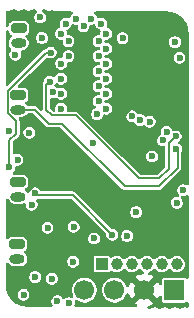
<source format=gbr>
%TF.GenerationSoftware,KiCad,Pcbnew,9.0.5*%
%TF.CreationDate,2025-12-10T00:03:41-08:00*%
%TF.ProjectId,camcontrol stm32,63616d63-6f6e-4747-926f-6c2073746d33,rev?*%
%TF.SameCoordinates,Original*%
%TF.FileFunction,Copper,L3,Inr*%
%TF.FilePolarity,Positive*%
%FSLAX46Y46*%
G04 Gerber Fmt 4.6, Leading zero omitted, Abs format (unit mm)*
G04 Created by KiCad (PCBNEW 9.0.5) date 2025-12-10 00:03:41*
%MOMM*%
%LPD*%
G01*
G04 APERTURE LIST*
G04 Aperture macros list*
%AMRoundRect*
0 Rectangle with rounded corners*
0 $1 Rounding radius*
0 $2 $3 $4 $5 $6 $7 $8 $9 X,Y pos of 4 corners*
0 Add a 4 corners polygon primitive as box body*
4,1,4,$2,$3,$4,$5,$6,$7,$8,$9,$2,$3,0*
0 Add four circle primitives for the rounded corners*
1,1,$1+$1,$2,$3*
1,1,$1+$1,$4,$5*
1,1,$1+$1,$6,$7*
1,1,$1+$1,$8,$9*
0 Add four rect primitives between the rounded corners*
20,1,$1+$1,$2,$3,$4,$5,0*
20,1,$1+$1,$4,$5,$6,$7,0*
20,1,$1+$1,$6,$7,$8,$9,0*
20,1,$1+$1,$8,$9,$2,$3,0*%
G04 Aperture macros list end*
%TA.AperFunction,ComponentPad*%
%ADD10R,1.000000X1.000000*%
%TD*%
%TA.AperFunction,ComponentPad*%
%ADD11C,1.000000*%
%TD*%
%TA.AperFunction,ComponentPad*%
%ADD12RoundRect,0.200000X-0.450000X0.200000X-0.450000X-0.200000X0.450000X-0.200000X0.450000X0.200000X0*%
%TD*%
%TA.AperFunction,ComponentPad*%
%ADD13O,1.300000X0.800000*%
%TD*%
%TA.AperFunction,ComponentPad*%
%ADD14R,1.700000X1.700000*%
%TD*%
%TA.AperFunction,ComponentPad*%
%ADD15C,1.700000*%
%TD*%
%TA.AperFunction,ViaPad*%
%ADD16C,0.600000*%
%TD*%
%TA.AperFunction,Conductor*%
%ADD17C,0.200000*%
%TD*%
G04 APERTURE END LIST*
D10*
%TO.N,/CAM1 RX*%
%TO.C,J5*%
X8331200Y-21590000D03*
D11*
%TO.N,/CAM1 TX*%
X9601200Y-21590000D03*
%TO.N,GND*%
X10871200Y-21590000D03*
%TO.N,/CAM2 RX*%
X12141200Y-21590000D03*
%TO.N,/CAM2 TX*%
X13411200Y-21590000D03*
%TO.N,GND*%
X14681200Y-21590000D03*
%TD*%
D12*
%TO.N,GND*%
%TO.C,J3*%
X1270000Y-7284400D03*
D13*
%TO.N,/PWR B*%
X1270000Y-8534400D03*
%TD*%
D12*
%TO.N,GND*%
%TO.C,J1*%
X1297200Y-1635600D03*
D13*
%TO.N,+12V*%
X1297200Y-2885600D03*
%TD*%
D12*
%TO.N,GND*%
%TO.C,J7*%
X1170200Y-19923600D03*
D13*
%TO.N,/PWR A*%
X1170200Y-21173600D03*
%TD*%
D12*
%TO.N,GND*%
%TO.C,J4*%
X1244600Y-14630400D03*
D13*
%TO.N,+12VA*%
X1244600Y-15880400D03*
%TD*%
D14*
%TO.N,GND*%
%TO.C,J2*%
X14478000Y-23799800D03*
D15*
%TO.N,+3V3*%
X11938000Y-23799800D03*
%TO.N,/CAM1 TX*%
X9398000Y-23799800D03*
%TO.N,/CAM1 RX*%
X6858000Y-23799800D03*
%TD*%
D16*
%TO.N,GND*%
X4222636Y-7059804D03*
X7416800Y-812800D03*
X8686800Y-2082800D03*
X3733800Y-18511800D03*
X4876800Y-7162800D03*
X4876800Y-5892800D03*
X8686800Y-5892800D03*
X8051800Y-7797800D03*
X1193800Y-12750800D03*
X11226800Y-17200800D03*
X8051800Y-2717800D03*
X8686800Y-7162800D03*
X8686800Y-4622800D03*
X7670800Y-19423600D03*
X8686800Y-3352800D03*
X10462558Y-19209696D03*
X2187316Y-10472555D03*
X5511800Y-2717800D03*
X14909800Y-4114800D03*
X5511800Y-3987800D03*
X4557497Y-24738707D03*
X5896032Y-21390750D03*
X15213600Y-15341600D03*
X8266800Y-1242800D03*
X10083800Y-2463800D03*
X14524200Y-2794000D03*
X8051800Y-6527800D03*
X4876800Y-8432800D03*
X4876800Y-4622800D03*
X3268922Y-2445668D03*
X4876800Y-2082800D03*
X6781800Y-1447800D03*
X8051800Y-5257800D03*
X8686800Y-8432800D03*
X5266800Y-1242800D03*
X6146800Y-812800D03*
X8051800Y-3987800D03*
X7569200Y-11379200D03*
X13811055Y-10392965D03*
%TO.N,+3V3*%
X13045583Y-13619569D03*
X5266977Y-17925924D03*
X2844800Y-14020800D03*
X14656200Y-894000D03*
X12783306Y-11183770D03*
X11304521Y-17946430D03*
X3733800Y-24900000D03*
X7670800Y-18463600D03*
X3928351Y-10375111D03*
%TO.N,/VFBSMPS*%
X9218871Y-19111200D03*
X2691257Y-15608189D03*
%TO.N,Net-(D2-K)*%
X508000Y-10363200D03*
%TO.N,Net-(JP1-C)*%
X10911132Y-9083797D03*
%TO.N,/PWR B*%
X14630400Y-11836400D03*
%TO.N,/BOOTSEL*%
X7924800Y-8890000D03*
%TO.N,/PWR A*%
X2685600Y-22689000D03*
X5537200Y-24892000D03*
%TO.N,/LED INDICATION*%
X2387600Y-16560800D03*
%TO.N,/PWR A SENS*%
X4100326Y-22835235D03*
X14681200Y-16408400D03*
%TO.N,/PWRB EN*%
X11582400Y-9398000D03*
X1005600Y-3860800D03*
%TO.N,/CAM1 TX*%
X13514828Y-11113571D03*
%TO.N,/CAM1 RX*%
X12577454Y-12483770D03*
%TO.N,Net-(D1-K)*%
X1701800Y-24180800D03*
%TO.N,/PWR B SENS*%
X3911776Y-6146248D03*
X14579600Y-10769600D03*
%TO.N,/BATT SENSE B*%
X12377789Y-9533787D03*
X3098800Y-709200D03*
%TO.N,/RF CTRL*%
X4004249Y-3685509D03*
X5943600Y-18440400D03*
X508000Y-13411200D03*
%TD*%
D17*
%TO.N,/VFBSMPS*%
X5855671Y-15748000D02*
X2831068Y-15748000D01*
X9218871Y-19111200D02*
X5855671Y-15748000D01*
X2831068Y-15748000D02*
X2691257Y-15608189D01*
%TO.N,/PWR B*%
X10256761Y-14986000D02*
X13208000Y-14986000D01*
X14748815Y-13445185D02*
X14748815Y-11954815D01*
X2630484Y-8524400D02*
X3831195Y-9725111D01*
X1170200Y-8524400D02*
X2630484Y-8524400D01*
X14748815Y-11954815D02*
X14630400Y-11836400D01*
X3831195Y-9725111D02*
X4995872Y-9725111D01*
X4995872Y-9725111D02*
X10256761Y-14986000D01*
X13208000Y-14986000D02*
X14748815Y-13445185D01*
%TO.N,/PWR B SENS*%
X14579600Y-10769600D02*
X14020800Y-11328400D01*
X3878396Y-6146248D02*
X3911776Y-6146248D01*
X14020800Y-13512800D02*
X13208000Y-14325600D01*
X13208000Y-14325600D02*
X11434839Y-14325600D01*
X14020800Y-11328400D02*
X14020800Y-13512800D01*
X6120189Y-9010950D02*
X4102700Y-9010950D01*
X4102700Y-9010950D02*
X3626150Y-8534400D01*
X3626150Y-8534400D02*
X3626150Y-6398494D01*
X11434839Y-14325600D02*
X6120189Y-9010950D01*
X3626150Y-6398494D02*
X3878396Y-6146248D01*
%TO.N,/RF CTRL*%
X508000Y-11114148D02*
X1066800Y-10555348D01*
X1066800Y-10555348D02*
X1066800Y-9515995D01*
X508000Y-13411200D02*
X508000Y-11114148D01*
X359000Y-6930332D02*
X3603823Y-3685509D01*
X359000Y-8808195D02*
X359000Y-6930332D01*
X3603823Y-3685509D02*
X4004249Y-3685509D01*
X1066800Y-9515995D02*
X359000Y-8808195D01*
%TD*%
%TA.AperFunction,Conductor*%
%TO.N,+3V3*%
G36*
X13053270Y-24561517D02*
G01*
X13053270Y-24561516D01*
X13092622Y-24507354D01*
X13191306Y-24313679D01*
X13192321Y-24314196D01*
X13232779Y-24263992D01*
X13299073Y-24241927D01*
X13366772Y-24259206D01*
X13414383Y-24310342D01*
X13427500Y-24365848D01*
X13427500Y-24669552D01*
X13439131Y-24728029D01*
X13439132Y-24728030D01*
X13483447Y-24794352D01*
X13549769Y-24838667D01*
X13549770Y-24838668D01*
X13608247Y-24850299D01*
X13608250Y-24850300D01*
X13608252Y-24850300D01*
X15347750Y-24850300D01*
X15347751Y-24850299D01*
X15362568Y-24847352D01*
X15406229Y-24838668D01*
X15406231Y-24838667D01*
X15481608Y-24788301D01*
X15548285Y-24767422D01*
X15615666Y-24785906D01*
X15662356Y-24837884D01*
X15674500Y-24891402D01*
X15674500Y-25158721D01*
X15654815Y-25225760D01*
X15602011Y-25271515D01*
X15532853Y-25281459D01*
X15518410Y-25278496D01*
X15431092Y-25255100D01*
X15299308Y-25255100D01*
X15172012Y-25289208D01*
X15057886Y-25355100D01*
X15057883Y-25355102D01*
X15027881Y-25385105D01*
X14966558Y-25418590D01*
X14896866Y-25413606D01*
X14852519Y-25385105D01*
X14822516Y-25355102D01*
X14822514Y-25355100D01*
X14738413Y-25306544D01*
X14708387Y-25289208D01*
X14641645Y-25271325D01*
X14581092Y-25255100D01*
X14449308Y-25255100D01*
X14322012Y-25289208D01*
X14207886Y-25355100D01*
X14207883Y-25355102D01*
X14177881Y-25385105D01*
X14116558Y-25418590D01*
X14046866Y-25413606D01*
X14002519Y-25385105D01*
X13972516Y-25355102D01*
X13972514Y-25355100D01*
X13888413Y-25306544D01*
X13858387Y-25289208D01*
X13791645Y-25271325D01*
X13731092Y-25255100D01*
X13599308Y-25255100D01*
X13472012Y-25289208D01*
X13357886Y-25355100D01*
X13357883Y-25355102D01*
X13327881Y-25385105D01*
X13266558Y-25418590D01*
X13196866Y-25413606D01*
X13152519Y-25385105D01*
X13122516Y-25355102D01*
X13122514Y-25355100D01*
X13038413Y-25306544D01*
X13008387Y-25289208D01*
X12941645Y-25271325D01*
X12881092Y-25255100D01*
X12749308Y-25255100D01*
X12622012Y-25289208D01*
X12507886Y-25355100D01*
X12507883Y-25355102D01*
X12477881Y-25385105D01*
X12476663Y-25385769D01*
X12475972Y-25386974D01*
X12446075Y-25402472D01*
X12416558Y-25418590D01*
X12415174Y-25418491D01*
X12413942Y-25419130D01*
X12380441Y-25416007D01*
X12346866Y-25413606D01*
X12345305Y-25412731D01*
X12344374Y-25412645D01*
X12339930Y-25409721D01*
X12313768Y-25395067D01*
X12307843Y-25390429D01*
X12272514Y-25355100D01*
X12235150Y-25333528D01*
X12228276Y-25328147D01*
X12212819Y-25306544D01*
X12194492Y-25287323D01*
X12192805Y-25278572D01*
X12187620Y-25271325D01*
X12186296Y-25244796D01*
X12181270Y-25218716D01*
X12184582Y-25210442D01*
X12184138Y-25201542D01*
X12197365Y-25178510D01*
X12207238Y-25153851D01*
X12214497Y-25148681D01*
X12218936Y-25140954D01*
X12242516Y-25128730D01*
X12264153Y-25113323D01*
X12266391Y-25112573D01*
X12456215Y-25050896D01*
X12645554Y-24954422D01*
X12699716Y-24915070D01*
X12699717Y-24915070D01*
X12067408Y-24282762D01*
X12130993Y-24265725D01*
X12245007Y-24199899D01*
X12338099Y-24106807D01*
X12403925Y-23992793D01*
X12420962Y-23929209D01*
X13053270Y-24561517D01*
G37*
%TD.AperFunction*%
%TA.AperFunction,Conductor*%
G36*
X3418079Y16028D02*
G01*
X3451934Y13606D01*
X3452970Y12940D01*
X3453885Y12859D01*
X3457709Y9895D01*
X3496281Y-14895D01*
X3526286Y-44900D01*
X3640414Y-110792D01*
X3767708Y-144900D01*
X3767710Y-144900D01*
X3899490Y-144900D01*
X3899492Y-144900D01*
X4026786Y-110792D01*
X4051688Y-96414D01*
X4119587Y-79941D01*
X4185614Y-102792D01*
X4201370Y-116120D01*
X4255226Y-169976D01*
X4328918Y-200500D01*
X4408682Y-200500D01*
X5751924Y-200500D01*
X5818963Y-220185D01*
X5864718Y-272989D01*
X5874662Y-342147D01*
X5845637Y-405703D01*
X5839605Y-412181D01*
X5746302Y-505483D01*
X5746300Y-505486D01*
X5680408Y-619614D01*
X5674059Y-643310D01*
X5656318Y-709519D01*
X5619952Y-769179D01*
X5557105Y-799708D01*
X5487730Y-791413D01*
X5474543Y-784812D01*
X5459988Y-776409D01*
X5459987Y-776408D01*
X5459986Y-776408D01*
X5332692Y-742300D01*
X5200908Y-742300D01*
X5073612Y-776408D01*
X4959486Y-842300D01*
X4959483Y-842302D01*
X4866302Y-935483D01*
X4866300Y-935486D01*
X4800408Y-1049612D01*
X4768421Y-1168993D01*
X4766300Y-1176908D01*
X4766300Y-1308692D01*
X4791859Y-1404082D01*
X4800409Y-1435988D01*
X4801899Y-1439586D01*
X4802251Y-1442864D01*
X4802512Y-1443837D01*
X4802360Y-1443877D01*
X4809366Y-1509055D01*
X4778090Y-1571534D01*
X4719432Y-1606810D01*
X4683614Y-1616407D01*
X4569486Y-1682300D01*
X4569483Y-1682302D01*
X4476302Y-1775483D01*
X4476300Y-1775486D01*
X4410408Y-1889612D01*
X4391306Y-1960904D01*
X4376300Y-2016908D01*
X4376300Y-2148692D01*
X4380308Y-2163650D01*
X4410408Y-2275987D01*
X4426019Y-2303025D01*
X4476300Y-2390114D01*
X4569486Y-2483300D01*
X4683614Y-2549192D01*
X4810908Y-2583300D01*
X4810910Y-2583300D01*
X4887300Y-2583300D01*
X4954339Y-2602985D01*
X5000094Y-2655789D01*
X5011300Y-2707300D01*
X5011300Y-2783692D01*
X5021568Y-2822013D01*
X5045408Y-2910987D01*
X5065720Y-2946167D01*
X5111300Y-3025114D01*
X5204486Y-3118300D01*
X5318614Y-3184192D01*
X5445908Y-3218300D01*
X5445910Y-3218300D01*
X5577690Y-3218300D01*
X5577692Y-3218300D01*
X5704986Y-3184192D01*
X5819114Y-3118300D01*
X5912300Y-3025114D01*
X5978192Y-2910986D01*
X6012300Y-2783692D01*
X6012300Y-2651908D01*
X5978192Y-2524614D01*
X5912300Y-2410486D01*
X5819114Y-2317300D01*
X5747556Y-2275986D01*
X5704987Y-2251408D01*
X5641339Y-2234354D01*
X5577692Y-2217300D01*
X5501300Y-2217300D01*
X5434261Y-2197615D01*
X5388506Y-2144811D01*
X5377300Y-2093300D01*
X5377300Y-2016910D01*
X5377300Y-2016908D01*
X5343192Y-1889614D01*
X5343187Y-1889606D01*
X5341702Y-1886019D01*
X5341349Y-1882737D01*
X5341088Y-1881763D01*
X5341239Y-1881722D01*
X5334232Y-1816549D01*
X5365505Y-1754069D01*
X5424167Y-1718789D01*
X5459986Y-1709192D01*
X5574114Y-1643300D01*
X5667300Y-1550114D01*
X5733192Y-1435986D01*
X5757282Y-1346078D01*
X5793646Y-1286421D01*
X5856492Y-1255891D01*
X5925868Y-1264185D01*
X5939058Y-1270788D01*
X5953611Y-1279191D01*
X5953613Y-1279191D01*
X5953614Y-1279192D01*
X6080908Y-1313300D01*
X6080910Y-1313300D01*
X6157300Y-1313300D01*
X6224339Y-1332985D01*
X6270094Y-1385789D01*
X6281300Y-1437300D01*
X6281300Y-1513692D01*
X6296799Y-1571534D01*
X6315408Y-1640987D01*
X6339261Y-1682300D01*
X6381300Y-1755114D01*
X6474486Y-1848300D01*
X6588614Y-1914192D01*
X6715908Y-1948300D01*
X6715910Y-1948300D01*
X6847690Y-1948300D01*
X6847692Y-1948300D01*
X6974986Y-1914192D01*
X7089114Y-1848300D01*
X7182300Y-1755114D01*
X7248192Y-1640986D01*
X7282300Y-1513692D01*
X7282300Y-1437300D01*
X7301985Y-1370261D01*
X7354789Y-1324506D01*
X7406300Y-1313300D01*
X7482690Y-1313300D01*
X7482692Y-1313300D01*
X7609986Y-1279192D01*
X7609996Y-1279186D01*
X7612934Y-1277970D01*
X7615625Y-1277680D01*
X7617837Y-1277088D01*
X7617929Y-1277432D01*
X7682403Y-1270500D01*
X7744883Y-1301773D01*
X7780164Y-1360434D01*
X7800408Y-1435986D01*
X7866300Y-1550114D01*
X7959486Y-1643300D01*
X8073614Y-1709192D01*
X8136434Y-1726024D01*
X8196093Y-1762387D01*
X8226623Y-1825234D01*
X8220278Y-1881164D01*
X8222512Y-1881763D01*
X8220408Y-1889612D01*
X8220408Y-1889614D01*
X8204684Y-1948299D01*
X8186300Y-2016908D01*
X8186300Y-2093300D01*
X8166615Y-2160339D01*
X8113811Y-2206094D01*
X8062300Y-2217300D01*
X7985908Y-2217300D01*
X7858612Y-2251408D01*
X7744486Y-2317300D01*
X7744483Y-2317302D01*
X7651302Y-2410483D01*
X7651300Y-2410486D01*
X7585408Y-2524612D01*
X7554421Y-2640261D01*
X7551300Y-2651908D01*
X7551300Y-2783692D01*
X7561568Y-2822013D01*
X7585408Y-2910987D01*
X7605720Y-2946167D01*
X7651300Y-3025114D01*
X7744486Y-3118300D01*
X7858614Y-3184192D01*
X7985908Y-3218300D01*
X7985910Y-3218300D01*
X8062300Y-3218300D01*
X8070985Y-3220850D01*
X8079947Y-3219562D01*
X8103987Y-3230540D01*
X8129339Y-3237985D01*
X8135266Y-3244825D01*
X8143503Y-3248587D01*
X8157792Y-3270821D01*
X8175094Y-3290789D01*
X8177381Y-3301303D01*
X8181277Y-3307365D01*
X8186300Y-3342300D01*
X8186300Y-3363300D01*
X8166615Y-3430339D01*
X8113811Y-3476094D01*
X8062300Y-3487300D01*
X7985908Y-3487300D01*
X7858612Y-3521408D01*
X7744486Y-3587300D01*
X7744483Y-3587302D01*
X7651302Y-3680483D01*
X7651300Y-3680486D01*
X7585408Y-3794612D01*
X7554421Y-3910261D01*
X7551300Y-3921908D01*
X7551300Y-4053692D01*
X7559959Y-4086008D01*
X7585408Y-4180987D01*
X7588307Y-4186008D01*
X7651300Y-4295114D01*
X7744486Y-4388300D01*
X7858614Y-4454192D01*
X7985908Y-4488300D01*
X7985910Y-4488300D01*
X8062300Y-4488300D01*
X8070985Y-4490850D01*
X8079947Y-4489562D01*
X8103987Y-4500540D01*
X8129339Y-4507985D01*
X8135266Y-4514825D01*
X8143503Y-4518587D01*
X8157792Y-4540821D01*
X8175094Y-4560789D01*
X8177381Y-4571303D01*
X8181277Y-4577365D01*
X8186300Y-4612300D01*
X8186300Y-4633300D01*
X8166615Y-4700339D01*
X8113811Y-4746094D01*
X8062300Y-4757300D01*
X7985908Y-4757300D01*
X7858612Y-4791408D01*
X7744486Y-4857300D01*
X7744483Y-4857302D01*
X7651302Y-4950483D01*
X7651300Y-4950486D01*
X7585408Y-5064612D01*
X7551300Y-5191908D01*
X7551300Y-5323691D01*
X7585408Y-5450987D01*
X7609261Y-5492300D01*
X7651300Y-5565114D01*
X7744486Y-5658300D01*
X7858614Y-5724192D01*
X7985908Y-5758300D01*
X7985910Y-5758300D01*
X8062300Y-5758300D01*
X8070985Y-5760850D01*
X8079947Y-5759562D01*
X8103987Y-5770540D01*
X8129339Y-5777985D01*
X8135266Y-5784825D01*
X8143503Y-5788587D01*
X8157792Y-5810821D01*
X8175094Y-5830789D01*
X8177381Y-5841303D01*
X8181277Y-5847365D01*
X8186300Y-5882300D01*
X8186300Y-5903300D01*
X8166615Y-5970339D01*
X8113811Y-6016094D01*
X8062300Y-6027300D01*
X7985908Y-6027300D01*
X7858612Y-6061408D01*
X7744486Y-6127300D01*
X7744483Y-6127302D01*
X7651302Y-6220483D01*
X7651300Y-6220486D01*
X7585408Y-6334612D01*
X7551300Y-6461908D01*
X7551300Y-6593691D01*
X7585408Y-6720987D01*
X7595849Y-6739071D01*
X7651300Y-6835114D01*
X7744486Y-6928300D01*
X7858614Y-6994192D01*
X7985908Y-7028300D01*
X7985910Y-7028300D01*
X8062300Y-7028300D01*
X8070985Y-7030850D01*
X8079947Y-7029562D01*
X8103987Y-7040540D01*
X8129339Y-7047985D01*
X8135266Y-7054825D01*
X8143503Y-7058587D01*
X8157792Y-7080821D01*
X8175094Y-7100789D01*
X8177381Y-7111303D01*
X8181277Y-7117365D01*
X8186300Y-7152300D01*
X8186300Y-7173300D01*
X8166615Y-7240339D01*
X8113811Y-7286094D01*
X8062300Y-7297300D01*
X7985908Y-7297300D01*
X7858612Y-7331408D01*
X7744486Y-7397300D01*
X7744483Y-7397302D01*
X7651302Y-7490483D01*
X7651300Y-7490486D01*
X7585408Y-7604612D01*
X7554421Y-7720261D01*
X7551300Y-7731908D01*
X7551300Y-7863692D01*
X7556983Y-7884900D01*
X7585408Y-7990987D01*
X7599255Y-8014970D01*
X7651300Y-8105114D01*
X7744486Y-8198300D01*
X7748574Y-8200660D01*
X7796789Y-8251226D01*
X7810013Y-8319832D01*
X7784045Y-8384698D01*
X7738475Y-8419236D01*
X7738653Y-8419544D01*
X7736202Y-8420958D01*
X7734028Y-8422607D01*
X7731620Y-8423604D01*
X7617486Y-8489500D01*
X7617483Y-8489502D01*
X7524302Y-8582683D01*
X7524300Y-8582686D01*
X7458408Y-8696812D01*
X7424300Y-8824108D01*
X7424300Y-8955891D01*
X7458408Y-9083187D01*
X7478881Y-9118647D01*
X7524300Y-9197314D01*
X7617486Y-9290500D01*
X7731614Y-9356392D01*
X7858908Y-9390500D01*
X7858910Y-9390500D01*
X7990690Y-9390500D01*
X7990692Y-9390500D01*
X8117986Y-9356392D01*
X8232114Y-9290500D01*
X8325300Y-9197314D01*
X8391192Y-9083186D01*
X8408683Y-9017905D01*
X10410632Y-9017905D01*
X10410632Y-9149689D01*
X10424320Y-9200774D01*
X10444740Y-9276984D01*
X10464822Y-9311766D01*
X10510632Y-9391111D01*
X10603818Y-9484297D01*
X10702653Y-9541360D01*
X10717334Y-9549836D01*
X10717946Y-9550189D01*
X10845240Y-9584297D01*
X10845242Y-9584297D01*
X10977022Y-9584297D01*
X10977024Y-9584297D01*
X11002036Y-9577595D01*
X11071885Y-9579257D01*
X11129748Y-9618418D01*
X11141517Y-9635369D01*
X11181900Y-9705314D01*
X11275086Y-9798500D01*
X11389214Y-9864392D01*
X11516508Y-9898500D01*
X11516510Y-9898500D01*
X11648290Y-9898500D01*
X11648292Y-9898500D01*
X11775586Y-9864392D01*
X11835826Y-9829612D01*
X11903723Y-9813139D01*
X11969750Y-9835990D01*
X11985506Y-9849318D01*
X12070475Y-9934287D01*
X12184603Y-10000179D01*
X12311897Y-10034287D01*
X12311899Y-10034287D01*
X12443679Y-10034287D01*
X12443681Y-10034287D01*
X12570975Y-10000179D01*
X12685103Y-9934287D01*
X12778289Y-9841101D01*
X12844181Y-9726973D01*
X12878289Y-9599679D01*
X12878289Y-9467895D01*
X12844181Y-9340601D01*
X12778289Y-9226473D01*
X12685103Y-9133287D01*
X12628039Y-9100341D01*
X12570976Y-9067395D01*
X12507328Y-9050341D01*
X12443681Y-9033287D01*
X12311897Y-9033287D01*
X12184603Y-9067395D01*
X12184602Y-9067395D01*
X12184600Y-9067396D01*
X12184599Y-9067396D01*
X12124363Y-9102174D01*
X12056463Y-9118647D01*
X11990436Y-9095794D01*
X11974682Y-9082468D01*
X11889716Y-8997502D01*
X11889714Y-8997500D01*
X11817647Y-8955892D01*
X11775587Y-8931608D01*
X11673308Y-8904203D01*
X11648292Y-8897500D01*
X11516508Y-8897500D01*
X11491492Y-8904203D01*
X11421642Y-8902538D01*
X11363780Y-8863374D01*
X11352014Y-8846427D01*
X11347544Y-8838685D01*
X11311632Y-8776483D01*
X11218446Y-8683297D01*
X11139922Y-8637961D01*
X11104319Y-8617405D01*
X11040671Y-8600351D01*
X10977024Y-8583297D01*
X10845240Y-8583297D01*
X10717944Y-8617405D01*
X10603818Y-8683297D01*
X10603815Y-8683299D01*
X10510634Y-8776480D01*
X10510632Y-8776483D01*
X10444740Y-8890609D01*
X10427248Y-8955891D01*
X10410632Y-9017905D01*
X8408683Y-9017905D01*
X8411958Y-9005683D01*
X8448321Y-8946026D01*
X8511168Y-8915496D01*
X8563821Y-8918003D01*
X8620908Y-8933300D01*
X8620911Y-8933300D01*
X8752690Y-8933300D01*
X8752692Y-8933300D01*
X8879986Y-8899192D01*
X8994114Y-8833300D01*
X9087300Y-8740114D01*
X9153192Y-8625986D01*
X9187300Y-8498692D01*
X9187300Y-8366908D01*
X9153192Y-8239614D01*
X9087300Y-8125486D01*
X8994114Y-8032300D01*
X8922556Y-7990986D01*
X8879987Y-7966408D01*
X8816339Y-7949354D01*
X8752692Y-7932300D01*
X8676300Y-7932300D01*
X8667614Y-7929749D01*
X8658653Y-7931038D01*
X8634612Y-7920059D01*
X8609261Y-7912615D01*
X8603333Y-7905774D01*
X8595097Y-7902013D01*
X8580807Y-7879778D01*
X8563506Y-7859811D01*
X8561218Y-7849296D01*
X8557323Y-7843235D01*
X8552300Y-7808300D01*
X8552300Y-7787300D01*
X8571985Y-7720261D01*
X8624789Y-7674506D01*
X8676300Y-7663300D01*
X8752690Y-7663300D01*
X8752692Y-7663300D01*
X8879986Y-7629192D01*
X8994114Y-7563300D01*
X9087300Y-7470114D01*
X9153192Y-7355986D01*
X9187300Y-7228692D01*
X9187300Y-7096908D01*
X9153192Y-6969614D01*
X9087300Y-6855486D01*
X8994114Y-6762300D01*
X8922556Y-6720986D01*
X8879987Y-6696408D01*
X8816339Y-6679354D01*
X8752692Y-6662300D01*
X8676300Y-6662300D01*
X8667614Y-6659749D01*
X8658653Y-6661038D01*
X8634612Y-6650059D01*
X8609261Y-6642615D01*
X8603333Y-6635774D01*
X8595097Y-6632013D01*
X8580807Y-6609778D01*
X8563506Y-6589811D01*
X8561218Y-6579296D01*
X8557323Y-6573235D01*
X8552300Y-6538300D01*
X8552300Y-6517300D01*
X8571985Y-6450261D01*
X8624789Y-6404506D01*
X8676300Y-6393300D01*
X8752690Y-6393300D01*
X8752692Y-6393300D01*
X8879986Y-6359192D01*
X8994114Y-6293300D01*
X9087300Y-6200114D01*
X9153192Y-6085986D01*
X9187300Y-5958692D01*
X9187300Y-5826908D01*
X9153192Y-5699614D01*
X9087300Y-5585486D01*
X8994114Y-5492300D01*
X8922556Y-5450986D01*
X8879987Y-5426408D01*
X8816339Y-5409354D01*
X8752692Y-5392300D01*
X8676300Y-5392300D01*
X8667614Y-5389749D01*
X8658653Y-5391038D01*
X8634612Y-5380059D01*
X8609261Y-5372615D01*
X8603333Y-5365774D01*
X8595097Y-5362013D01*
X8580807Y-5339778D01*
X8563506Y-5319811D01*
X8561218Y-5309296D01*
X8557323Y-5303235D01*
X8552300Y-5268300D01*
X8552300Y-5247300D01*
X8571985Y-5180261D01*
X8624789Y-5134506D01*
X8676300Y-5123300D01*
X8752690Y-5123300D01*
X8752692Y-5123300D01*
X8879986Y-5089192D01*
X8994114Y-5023300D01*
X9087300Y-4930114D01*
X9153192Y-4815986D01*
X9187300Y-4688692D01*
X9187300Y-4556908D01*
X9153192Y-4429614D01*
X9087300Y-4315486D01*
X8994114Y-4222300D01*
X8922047Y-4180692D01*
X8879987Y-4156408D01*
X8816339Y-4139354D01*
X8752692Y-4122300D01*
X8676300Y-4122300D01*
X8667614Y-4119749D01*
X8658653Y-4121038D01*
X8634612Y-4110059D01*
X8609261Y-4102615D01*
X8603333Y-4095774D01*
X8595097Y-4092013D01*
X8580807Y-4069778D01*
X8563506Y-4049811D01*
X8563310Y-4048908D01*
X14409300Y-4048908D01*
X14409300Y-4180692D01*
X14410725Y-4186009D01*
X14443408Y-4307987D01*
X14474188Y-4361299D01*
X14509300Y-4422114D01*
X14602486Y-4515300D01*
X14716614Y-4581192D01*
X14843908Y-4615300D01*
X14843910Y-4615300D01*
X14975690Y-4615300D01*
X14975692Y-4615300D01*
X15102986Y-4581192D01*
X15217114Y-4515300D01*
X15310300Y-4422114D01*
X15376192Y-4307986D01*
X15410300Y-4180692D01*
X15410300Y-4048908D01*
X15376192Y-3921614D01*
X15310300Y-3807486D01*
X15217114Y-3714300D01*
X15136252Y-3667614D01*
X15102987Y-3648408D01*
X15039339Y-3631354D01*
X14975692Y-3614300D01*
X14843908Y-3614300D01*
X14716612Y-3648408D01*
X14602486Y-3714300D01*
X14602483Y-3714302D01*
X14509302Y-3807483D01*
X14509300Y-3807486D01*
X14443408Y-3921612D01*
X14409300Y-4048908D01*
X8563310Y-4048908D01*
X8561218Y-4039296D01*
X8557323Y-4033235D01*
X8552300Y-3998300D01*
X8552300Y-3977300D01*
X8571985Y-3910261D01*
X8624789Y-3864506D01*
X8676300Y-3853300D01*
X8752690Y-3853300D01*
X8752692Y-3853300D01*
X8879986Y-3819192D01*
X8994114Y-3753300D01*
X9087300Y-3660114D01*
X9153192Y-3545986D01*
X9187300Y-3418692D01*
X9187300Y-3286908D01*
X9153192Y-3159614D01*
X9087300Y-3045486D01*
X8994114Y-2952300D01*
X8937050Y-2919354D01*
X8879987Y-2886408D01*
X8797466Y-2864297D01*
X8752692Y-2852300D01*
X8676300Y-2852300D01*
X8667614Y-2849749D01*
X8658653Y-2851038D01*
X8634612Y-2840059D01*
X8609261Y-2832615D01*
X8603333Y-2825774D01*
X8595097Y-2822013D01*
X8580807Y-2799778D01*
X8563506Y-2779811D01*
X8561218Y-2769296D01*
X8557323Y-2763235D01*
X8552300Y-2728300D01*
X8552300Y-2707300D01*
X8571985Y-2640261D01*
X8624789Y-2594506D01*
X8676300Y-2583300D01*
X8752690Y-2583300D01*
X8752692Y-2583300D01*
X8879986Y-2549192D01*
X8994114Y-2483300D01*
X9079506Y-2397908D01*
X9583300Y-2397908D01*
X9583300Y-2529692D01*
X9597664Y-2583299D01*
X9617408Y-2656987D01*
X9617982Y-2657981D01*
X9683300Y-2771114D01*
X9776486Y-2864300D01*
X9890614Y-2930192D01*
X10017908Y-2964300D01*
X10017910Y-2964300D01*
X10149690Y-2964300D01*
X10149692Y-2964300D01*
X10276986Y-2930192D01*
X10391114Y-2864300D01*
X10484300Y-2771114D01*
X10509130Y-2728108D01*
X14023700Y-2728108D01*
X14023700Y-2859892D01*
X14037391Y-2910987D01*
X14057808Y-2987187D01*
X14079705Y-3025113D01*
X14123700Y-3101314D01*
X14216886Y-3194500D01*
X14331014Y-3260392D01*
X14458308Y-3294500D01*
X14458310Y-3294500D01*
X14590090Y-3294500D01*
X14590092Y-3294500D01*
X14717386Y-3260392D01*
X14831514Y-3194500D01*
X14924700Y-3101314D01*
X14990592Y-2987186D01*
X15024700Y-2859892D01*
X15024700Y-2728108D01*
X14990592Y-2600814D01*
X14924700Y-2486686D01*
X14831514Y-2393500D01*
X14746677Y-2344519D01*
X14717387Y-2327608D01*
X14625640Y-2303025D01*
X14590092Y-2293500D01*
X14458308Y-2293500D01*
X14331012Y-2327608D01*
X14216886Y-2393500D01*
X14216883Y-2393502D01*
X14123702Y-2486683D01*
X14123700Y-2486686D01*
X14057808Y-2600812D01*
X14042490Y-2657981D01*
X14023700Y-2728108D01*
X10509130Y-2728108D01*
X10550192Y-2656986D01*
X10584300Y-2529692D01*
X10584300Y-2397908D01*
X10550192Y-2270614D01*
X10484300Y-2156486D01*
X10391114Y-2063300D01*
X10334050Y-2030354D01*
X10276987Y-1997408D01*
X10209316Y-1979276D01*
X10149692Y-1963300D01*
X10017908Y-1963300D01*
X9890612Y-1997408D01*
X9776486Y-2063300D01*
X9776483Y-2063302D01*
X9683302Y-2156483D01*
X9683300Y-2156486D01*
X9617408Y-2270612D01*
X9602090Y-2327781D01*
X9583300Y-2397908D01*
X9079506Y-2397908D01*
X9087300Y-2390114D01*
X9153192Y-2275986D01*
X9187300Y-2148692D01*
X9187300Y-2016908D01*
X9153192Y-1889614D01*
X9151116Y-1886019D01*
X9140204Y-1867118D01*
X9087300Y-1775486D01*
X8994114Y-1682300D01*
X8926564Y-1643300D01*
X8879987Y-1616408D01*
X8844165Y-1606810D01*
X8817164Y-1599575D01*
X8757505Y-1563211D01*
X8726976Y-1500364D01*
X8733329Y-1444437D01*
X8731088Y-1443837D01*
X8733192Y-1435986D01*
X8767300Y-1308692D01*
X8767300Y-1176908D01*
X8733192Y-1049614D01*
X8667300Y-935486D01*
X8574114Y-842300D01*
X8500343Y-799708D01*
X8459987Y-776408D01*
X8396339Y-759354D01*
X8332692Y-742300D01*
X8200908Y-742300D01*
X8078526Y-775092D01*
X8073607Y-776410D01*
X8070652Y-777634D01*
X8067960Y-777923D01*
X8065763Y-778512D01*
X8065671Y-778169D01*
X8001182Y-785097D01*
X7938705Y-753816D01*
X7903435Y-695164D01*
X7883192Y-619614D01*
X7817300Y-505486D01*
X7724114Y-412300D01*
X7723995Y-412181D01*
X7690510Y-350858D01*
X7695494Y-281166D01*
X7737366Y-225233D01*
X7802830Y-200816D01*
X7811676Y-200500D01*
X13835118Y-200500D01*
X13870933Y-200500D01*
X13879043Y-200765D01*
X14101790Y-215364D01*
X14117848Y-217479D01*
X14282699Y-250270D01*
X14332771Y-260230D01*
X14348438Y-264428D01*
X14478865Y-308702D01*
X14555944Y-334867D01*
X14570921Y-341070D01*
X14715362Y-412300D01*
X14767460Y-437992D01*
X14781508Y-446102D01*
X14963712Y-567848D01*
X14976573Y-577716D01*
X15081495Y-669730D01*
X15141328Y-722202D01*
X15152797Y-733671D01*
X15191605Y-777923D01*
X15290190Y-890339D01*
X15297280Y-898423D01*
X15307154Y-911291D01*
X15428897Y-1093492D01*
X15437007Y-1107539D01*
X15533926Y-1304071D01*
X15540133Y-1319057D01*
X15610571Y-1526561D01*
X15614769Y-1542228D01*
X15657518Y-1757140D01*
X15659636Y-1773221D01*
X15674235Y-1995956D01*
X15674500Y-2004066D01*
X15674500Y-14814998D01*
X15654815Y-14882037D01*
X15602011Y-14927792D01*
X15532853Y-14937736D01*
X15488500Y-14922385D01*
X15406789Y-14875209D01*
X15406786Y-14875208D01*
X15279492Y-14841100D01*
X15147708Y-14841100D01*
X15020412Y-14875208D01*
X14906286Y-14941100D01*
X14906283Y-14941102D01*
X14813102Y-15034283D01*
X14813100Y-15034286D01*
X14747208Y-15148412D01*
X14726296Y-15226458D01*
X14713100Y-15275708D01*
X14713100Y-15407492D01*
X14735798Y-15492202D01*
X14747208Y-15534787D01*
X14754252Y-15546987D01*
X14813100Y-15648914D01*
X14813102Y-15648916D01*
X14863812Y-15699626D01*
X14897297Y-15760949D01*
X14892313Y-15830641D01*
X14850441Y-15886574D01*
X14784977Y-15910991D01*
X14755254Y-15908152D01*
X14755148Y-15908961D01*
X14747093Y-15907900D01*
X14747092Y-15907900D01*
X14615308Y-15907900D01*
X14488012Y-15942008D01*
X14373886Y-16007900D01*
X14373883Y-16007902D01*
X14280702Y-16101083D01*
X14280700Y-16101086D01*
X14214808Y-16215212D01*
X14204553Y-16253486D01*
X14180700Y-16342508D01*
X14180700Y-16474292D01*
X14182471Y-16480900D01*
X14214808Y-16601587D01*
X14229302Y-16626690D01*
X14280700Y-16715714D01*
X14373886Y-16808900D01*
X14488014Y-16874792D01*
X14615308Y-16908900D01*
X14615310Y-16908900D01*
X14747090Y-16908900D01*
X14747092Y-16908900D01*
X14874386Y-16874792D01*
X14988514Y-16808900D01*
X15081700Y-16715714D01*
X15147592Y-16601586D01*
X15181700Y-16474292D01*
X15181700Y-16342508D01*
X15147592Y-16215214D01*
X15081700Y-16101086D01*
X15030987Y-16050373D01*
X14997502Y-15989050D01*
X15002486Y-15919358D01*
X15044358Y-15863425D01*
X15109822Y-15839008D01*
X15139545Y-15841847D01*
X15139652Y-15841039D01*
X15147706Y-15842099D01*
X15147708Y-15842100D01*
X15147710Y-15842100D01*
X15279490Y-15842100D01*
X15279492Y-15842100D01*
X15406786Y-15807992D01*
X15488501Y-15760813D01*
X15556399Y-15744341D01*
X15622426Y-15767193D01*
X15665617Y-15822114D01*
X15674500Y-15868201D01*
X15674500Y-22708197D01*
X15654815Y-22775236D01*
X15602011Y-22820991D01*
X15532853Y-22830935D01*
X15481609Y-22811299D01*
X15406230Y-22760932D01*
X15406229Y-22760931D01*
X15347752Y-22749300D01*
X15347748Y-22749300D01*
X13608252Y-22749300D01*
X13608247Y-22749300D01*
X13549770Y-22760931D01*
X13549769Y-22760932D01*
X13483447Y-22805247D01*
X13439132Y-22871569D01*
X13439131Y-22871570D01*
X13427500Y-22930047D01*
X13427500Y-23233751D01*
X13407815Y-23300790D01*
X13355011Y-23346545D01*
X13285853Y-23356489D01*
X13222297Y-23327464D01*
X13192061Y-23285536D01*
X13191306Y-23285921D01*
X13092624Y-23092249D01*
X13053270Y-23038082D01*
X13053269Y-23038082D01*
X12420962Y-23670390D01*
X12403925Y-23606807D01*
X12338099Y-23492793D01*
X12245007Y-23399701D01*
X12130993Y-23333875D01*
X12067409Y-23316837D01*
X12699716Y-22684528D01*
X12645550Y-22645175D01*
X12456217Y-22548704D01*
X12321816Y-22505035D01*
X12264141Y-22465598D01*
X12236942Y-22401239D01*
X12248857Y-22332393D01*
X12296101Y-22280917D01*
X12335943Y-22265487D01*
X12340843Y-22264511D01*
X12345528Y-22263580D01*
X12473011Y-22210775D01*
X12587742Y-22134114D01*
X12612108Y-22109748D01*
X12688519Y-22033338D01*
X12749842Y-21999853D01*
X12819534Y-22004837D01*
X12863881Y-22033338D01*
X12964654Y-22134111D01*
X12964658Y-22134114D01*
X13079382Y-22210771D01*
X13079395Y-22210778D01*
X13202654Y-22261833D01*
X13206872Y-22263580D01*
X13206876Y-22263580D01*
X13206877Y-22263581D01*
X13342204Y-22290500D01*
X13342207Y-22290500D01*
X13480195Y-22290500D01*
X13571241Y-22272389D01*
X13615528Y-22263580D01*
X13743011Y-22210775D01*
X13857742Y-22134114D01*
X13882108Y-22109748D01*
X13958519Y-22033338D01*
X14019842Y-21999853D01*
X14089534Y-22004837D01*
X14133881Y-22033338D01*
X14234654Y-22134111D01*
X14234658Y-22134114D01*
X14349382Y-22210771D01*
X14349395Y-22210778D01*
X14472654Y-22261833D01*
X14476872Y-22263580D01*
X14476876Y-22263580D01*
X14476877Y-22263581D01*
X14612204Y-22290500D01*
X14612207Y-22290500D01*
X14750195Y-22290500D01*
X14841241Y-22272389D01*
X14885528Y-22263580D01*
X15013011Y-22210775D01*
X15127742Y-22134114D01*
X15225314Y-22036542D01*
X15301975Y-21921811D01*
X15354780Y-21794328D01*
X15373928Y-21698064D01*
X15381700Y-21658995D01*
X15381700Y-21521004D01*
X15354781Y-21385677D01*
X15354780Y-21385676D01*
X15354780Y-21385672D01*
X15316200Y-21292531D01*
X15301978Y-21258195D01*
X15301971Y-21258182D01*
X15225314Y-21143458D01*
X15225311Y-21143454D01*
X15127745Y-21045888D01*
X15127741Y-21045885D01*
X15013017Y-20969228D01*
X15013004Y-20969221D01*
X14885532Y-20916421D01*
X14885522Y-20916418D01*
X14750195Y-20889500D01*
X14750193Y-20889500D01*
X14612207Y-20889500D01*
X14612205Y-20889500D01*
X14476877Y-20916418D01*
X14476867Y-20916421D01*
X14349395Y-20969221D01*
X14349382Y-20969228D01*
X14234658Y-21045885D01*
X14234654Y-21045888D01*
X14133881Y-21146662D01*
X14072558Y-21180147D01*
X14002866Y-21175163D01*
X13958519Y-21146662D01*
X13857745Y-21045888D01*
X13857741Y-21045885D01*
X13743017Y-20969228D01*
X13743004Y-20969221D01*
X13615532Y-20916421D01*
X13615522Y-20916418D01*
X13480195Y-20889500D01*
X13480193Y-20889500D01*
X13342207Y-20889500D01*
X13342205Y-20889500D01*
X13206877Y-20916418D01*
X13206867Y-20916421D01*
X13079395Y-20969221D01*
X13079382Y-20969228D01*
X12964658Y-21045885D01*
X12964654Y-21045888D01*
X12863881Y-21146662D01*
X12802558Y-21180147D01*
X12732866Y-21175163D01*
X12688519Y-21146662D01*
X12587745Y-21045888D01*
X12587741Y-21045885D01*
X12473017Y-20969228D01*
X12473004Y-20969221D01*
X12345532Y-20916421D01*
X12345522Y-20916418D01*
X12210195Y-20889500D01*
X12210193Y-20889500D01*
X12072207Y-20889500D01*
X12072205Y-20889500D01*
X11936877Y-20916418D01*
X11936867Y-20916421D01*
X11809395Y-20969221D01*
X11809382Y-20969228D01*
X11694658Y-21045885D01*
X11694654Y-21045888D01*
X11593881Y-21146662D01*
X11532558Y-21180147D01*
X11462866Y-21175163D01*
X11418519Y-21146662D01*
X11317745Y-21045888D01*
X11317741Y-21045885D01*
X11203017Y-20969228D01*
X11203004Y-20969221D01*
X11075532Y-20916421D01*
X11075522Y-20916418D01*
X10940195Y-20889500D01*
X10940193Y-20889500D01*
X10802207Y-20889500D01*
X10802205Y-20889500D01*
X10666877Y-20916418D01*
X10666867Y-20916421D01*
X10539395Y-20969221D01*
X10539382Y-20969228D01*
X10424658Y-21045885D01*
X10424654Y-21045888D01*
X10323881Y-21146662D01*
X10262558Y-21180147D01*
X10192866Y-21175163D01*
X10148519Y-21146662D01*
X10047745Y-21045888D01*
X10047741Y-21045885D01*
X9933017Y-20969228D01*
X9933004Y-20969221D01*
X9805532Y-20916421D01*
X9805522Y-20916418D01*
X9670195Y-20889500D01*
X9670193Y-20889500D01*
X9532207Y-20889500D01*
X9532205Y-20889500D01*
X9396877Y-20916418D01*
X9396867Y-20916421D01*
X9269395Y-20969221D01*
X9269377Y-20969231D01*
X9180470Y-21028637D01*
X9113793Y-21049515D01*
X9046413Y-21031030D01*
X9008479Y-20994427D01*
X8975752Y-20945448D01*
X8970317Y-20941816D01*
X8909430Y-20901132D01*
X8909429Y-20901131D01*
X8850952Y-20889500D01*
X8850948Y-20889500D01*
X7811452Y-20889500D01*
X7811447Y-20889500D01*
X7752970Y-20901131D01*
X7752969Y-20901132D01*
X7686647Y-20945447D01*
X7642332Y-21011769D01*
X7642331Y-21011770D01*
X7630700Y-21070247D01*
X7630700Y-22109752D01*
X7642331Y-22168229D01*
X7642332Y-22168230D01*
X7686647Y-22234552D01*
X7752969Y-22278867D01*
X7752970Y-22278868D01*
X7811447Y-22290499D01*
X7811450Y-22290500D01*
X7811452Y-22290500D01*
X8850950Y-22290500D01*
X8850951Y-22290499D01*
X8865768Y-22287552D01*
X8909429Y-22278868D01*
X8909429Y-22278867D01*
X8909431Y-22278867D01*
X8975752Y-22234552D01*
X9008479Y-22185573D01*
X9062089Y-22140769D01*
X9131413Y-22132060D01*
X9180471Y-22151362D01*
X9269382Y-22210771D01*
X9269395Y-22210778D01*
X9392654Y-22261833D01*
X9396872Y-22263580D01*
X9396876Y-22263580D01*
X9396877Y-22263581D01*
X9532204Y-22290500D01*
X9532207Y-22290500D01*
X9670195Y-22290500D01*
X9761241Y-22272389D01*
X9805528Y-22263580D01*
X9933011Y-22210775D01*
X10047742Y-22134114D01*
X10072108Y-22109748D01*
X10148519Y-22033338D01*
X10209842Y-21999853D01*
X10279534Y-22004837D01*
X10323881Y-22033338D01*
X10424654Y-22134111D01*
X10424658Y-22134114D01*
X10539382Y-22210771D01*
X10539395Y-22210778D01*
X10662654Y-22261833D01*
X10666872Y-22263580D01*
X10666876Y-22263580D01*
X10666877Y-22263581D01*
X10802204Y-22290500D01*
X10802207Y-22290500D01*
X10940195Y-22290500D01*
X11031241Y-22272389D01*
X11075528Y-22263580D01*
X11203011Y-22210775D01*
X11317742Y-22134114D01*
X11342108Y-22109748D01*
X11418519Y-22033338D01*
X11479842Y-21999853D01*
X11549534Y-22004837D01*
X11593881Y-22033338D01*
X11694654Y-22134111D01*
X11694658Y-22134114D01*
X11809382Y-22210771D01*
X11809391Y-22210776D01*
X11826812Y-22217992D01*
X11881215Y-22261833D01*
X11903280Y-22328127D01*
X11886001Y-22395826D01*
X11834864Y-22443437D01*
X11798757Y-22455026D01*
X11621872Y-22483042D01*
X11621869Y-22483042D01*
X11419782Y-22548704D01*
X11230439Y-22645180D01*
X11176282Y-22684527D01*
X11176282Y-22684528D01*
X11808591Y-23316837D01*
X11745007Y-23333875D01*
X11630993Y-23399701D01*
X11537901Y-23492793D01*
X11472075Y-23606807D01*
X11455037Y-23670391D01*
X10822728Y-23038082D01*
X10822727Y-23038082D01*
X10783380Y-23092239D01*
X10686905Y-23281581D01*
X10629656Y-23457774D01*
X10590218Y-23515449D01*
X10525859Y-23542647D01*
X10457013Y-23530732D01*
X10405537Y-23483488D01*
X10397164Y-23466907D01*
X10328943Y-23302205D01*
X10213975Y-23130142D01*
X10067657Y-22983824D01*
X9899655Y-22871570D01*
X9895598Y-22868859D01*
X9704420Y-22789670D01*
X9704412Y-22789668D01*
X9501469Y-22749300D01*
X9501465Y-22749300D01*
X9294535Y-22749300D01*
X9294530Y-22749300D01*
X9091587Y-22789668D01*
X9091579Y-22789670D01*
X8900403Y-22868858D01*
X8728342Y-22983824D01*
X8582024Y-23130142D01*
X8467058Y-23302203D01*
X8387870Y-23493379D01*
X8387868Y-23493387D01*
X8347500Y-23696330D01*
X8347500Y-23903269D01*
X8387868Y-24106212D01*
X8387870Y-24106220D01*
X8465013Y-24292460D01*
X8467059Y-24297398D01*
X8494327Y-24338207D01*
X8582024Y-24469457D01*
X8728342Y-24615775D01*
X8728345Y-24615777D01*
X8900402Y-24730741D01*
X9091580Y-24809930D01*
X9236052Y-24838667D01*
X9294530Y-24850299D01*
X9294534Y-24850300D01*
X9294535Y-24850300D01*
X9501466Y-24850300D01*
X9501467Y-24850299D01*
X9704420Y-24809930D01*
X9895598Y-24730741D01*
X10067655Y-24615777D01*
X10213977Y-24469455D01*
X10328941Y-24297398D01*
X10397165Y-24132689D01*
X10441004Y-24078288D01*
X10507298Y-24056223D01*
X10574998Y-24073502D01*
X10622609Y-24124639D01*
X10629656Y-24141826D01*
X10686904Y-24318016D01*
X10783375Y-24507350D01*
X10822728Y-24561516D01*
X11455037Y-23929208D01*
X11472075Y-23992793D01*
X11537901Y-24106807D01*
X11630993Y-24199899D01*
X11745007Y-24265725D01*
X11808590Y-24282762D01*
X11176282Y-24915069D01*
X11176282Y-24915070D01*
X11230450Y-24954424D01*
X11251234Y-24965015D01*
X11302030Y-25012990D01*
X11318825Y-25080811D01*
X11296287Y-25146946D01*
X11241572Y-25190397D01*
X11194939Y-25199500D01*
X6134561Y-25199500D01*
X6067522Y-25179815D01*
X6021767Y-25127011D01*
X6011823Y-25057853D01*
X6014784Y-25043415D01*
X6037700Y-24957892D01*
X6037700Y-24826108D01*
X6021468Y-24765529D01*
X6023131Y-24695682D01*
X6062293Y-24637819D01*
X6126522Y-24610315D01*
X6195424Y-24621901D01*
X6210133Y-24630336D01*
X6360400Y-24730740D01*
X6360401Y-24730740D01*
X6360402Y-24730741D01*
X6551580Y-24809930D01*
X6696052Y-24838667D01*
X6754530Y-24850299D01*
X6754534Y-24850300D01*
X6754535Y-24850300D01*
X6961466Y-24850300D01*
X6961467Y-24850299D01*
X7164420Y-24809930D01*
X7355598Y-24730741D01*
X7527655Y-24615777D01*
X7673977Y-24469455D01*
X7788941Y-24297398D01*
X7868130Y-24106220D01*
X7908500Y-23903265D01*
X7908500Y-23696335D01*
X7868130Y-23493380D01*
X7788941Y-23302202D01*
X7673977Y-23130145D01*
X7673975Y-23130142D01*
X7527657Y-22983824D01*
X7359655Y-22871570D01*
X7355598Y-22868859D01*
X7164420Y-22789670D01*
X7164412Y-22789668D01*
X6961469Y-22749300D01*
X6961465Y-22749300D01*
X6754535Y-22749300D01*
X6754530Y-22749300D01*
X6551587Y-22789668D01*
X6551579Y-22789670D01*
X6360403Y-22868858D01*
X6188342Y-22983824D01*
X6042024Y-23130142D01*
X5927058Y-23302203D01*
X5847870Y-23493379D01*
X5847868Y-23493387D01*
X5807500Y-23696330D01*
X5807500Y-23903269D01*
X5847868Y-24106212D01*
X5847870Y-24106220D01*
X5918882Y-24277658D01*
X5926351Y-24347128D01*
X5895076Y-24409607D01*
X5834987Y-24445259D01*
X5765162Y-24442765D01*
X5742321Y-24432498D01*
X5730389Y-24425609D01*
X5730386Y-24425608D01*
X5603092Y-24391500D01*
X5471308Y-24391500D01*
X5344012Y-24425608D01*
X5229886Y-24491500D01*
X5229882Y-24491503D01*
X5193783Y-24527602D01*
X5132460Y-24561087D01*
X5062768Y-24556101D01*
X5006835Y-24514229D01*
X4998716Y-24501920D01*
X4979972Y-24469455D01*
X4957997Y-24431393D01*
X4864811Y-24338207D01*
X4794128Y-24297398D01*
X4750684Y-24272315D01*
X4687036Y-24255261D01*
X4623389Y-24238207D01*
X4491605Y-24238207D01*
X4364309Y-24272315D01*
X4250183Y-24338207D01*
X4250180Y-24338209D01*
X4156999Y-24431390D01*
X4156997Y-24431393D01*
X4091105Y-24545519D01*
X4058735Y-24666328D01*
X4056997Y-24672815D01*
X4056997Y-24804599D01*
X4074051Y-24868246D01*
X4091105Y-24931894D01*
X4106416Y-24958413D01*
X4138221Y-25013500D01*
X4154694Y-25081399D01*
X4131842Y-25147426D01*
X4076921Y-25190617D01*
X4030834Y-25199500D01*
X2004067Y-25199500D01*
X1995957Y-25199235D01*
X1773221Y-25184636D01*
X1757140Y-25182518D01*
X1542228Y-25139769D01*
X1526561Y-25135571D01*
X1319057Y-25065133D01*
X1304071Y-25058926D01*
X1107539Y-24962007D01*
X1093492Y-24953897D01*
X911291Y-24832154D01*
X898423Y-24822280D01*
X884340Y-24809930D01*
X733671Y-24677797D01*
X722202Y-24666328D01*
X616256Y-24545519D01*
X577716Y-24501573D01*
X567845Y-24488708D01*
X567449Y-24488116D01*
X446102Y-24306507D01*
X437992Y-24292460D01*
X392346Y-24199899D01*
X350433Y-24114908D01*
X1201300Y-24114908D01*
X1201300Y-24246692D01*
X1206400Y-24265725D01*
X1235408Y-24373987D01*
X1255974Y-24409607D01*
X1301300Y-24488114D01*
X1394486Y-24581300D01*
X1508614Y-24647192D01*
X1635908Y-24681300D01*
X1635910Y-24681300D01*
X1767690Y-24681300D01*
X1767692Y-24681300D01*
X1894986Y-24647192D01*
X2009114Y-24581300D01*
X2102300Y-24488114D01*
X2168192Y-24373986D01*
X2202300Y-24246692D01*
X2202300Y-24114908D01*
X2168192Y-23987614D01*
X2102300Y-23873486D01*
X2009114Y-23780300D01*
X1952050Y-23747354D01*
X1894987Y-23714408D01*
X1827517Y-23696330D01*
X1767692Y-23680300D01*
X1635908Y-23680300D01*
X1508612Y-23714408D01*
X1394486Y-23780300D01*
X1394483Y-23780302D01*
X1301302Y-23873483D01*
X1301300Y-23873486D01*
X1235408Y-23987612D01*
X1211112Y-24078288D01*
X1201300Y-24114908D01*
X350433Y-24114908D01*
X341070Y-24095921D01*
X334866Y-24080942D01*
X332340Y-24073502D01*
X274553Y-23903266D01*
X264428Y-23873438D01*
X260230Y-23857771D01*
X248217Y-23797376D01*
X217479Y-23642848D01*
X215364Y-23626790D01*
X200765Y-23404043D01*
X200500Y-23395933D01*
X200500Y-22623108D01*
X2185100Y-22623108D01*
X2185100Y-22754892D01*
X2198593Y-22805248D01*
X2219208Y-22882187D01*
X2252154Y-22939250D01*
X2285100Y-22996314D01*
X2378286Y-23089500D01*
X2492414Y-23155392D01*
X2619708Y-23189500D01*
X2619710Y-23189500D01*
X2751490Y-23189500D01*
X2751492Y-23189500D01*
X2878786Y-23155392D01*
X2992914Y-23089500D01*
X3086100Y-22996314D01*
X3151992Y-22882186D01*
X3182228Y-22769343D01*
X3599826Y-22769343D01*
X3599826Y-22901127D01*
X3616880Y-22964774D01*
X3633934Y-23028422D01*
X3666880Y-23085485D01*
X3699826Y-23142549D01*
X3793012Y-23235735D01*
X3891847Y-23292798D01*
X3903975Y-23299800D01*
X3907140Y-23301627D01*
X4034434Y-23335735D01*
X4034436Y-23335735D01*
X4166216Y-23335735D01*
X4166218Y-23335735D01*
X4293512Y-23301627D01*
X4407640Y-23235735D01*
X4500826Y-23142549D01*
X4566718Y-23028421D01*
X4600826Y-22901127D01*
X4600826Y-22769343D01*
X4566718Y-22642049D01*
X4500826Y-22527921D01*
X4407640Y-22434735D01*
X4315757Y-22381686D01*
X4293513Y-22368843D01*
X4229865Y-22351789D01*
X4166218Y-22334735D01*
X4034434Y-22334735D01*
X3907138Y-22368843D01*
X3793012Y-22434735D01*
X3793009Y-22434737D01*
X3699828Y-22527918D01*
X3699826Y-22527921D01*
X3633934Y-22642047D01*
X3633096Y-22645175D01*
X3599826Y-22769343D01*
X3182228Y-22769343D01*
X3186100Y-22754892D01*
X3186100Y-22623108D01*
X3151992Y-22495814D01*
X3086100Y-22381686D01*
X2992914Y-22288500D01*
X2899474Y-22234552D01*
X2878787Y-22222608D01*
X2815139Y-22205554D01*
X2751492Y-22188500D01*
X2619708Y-22188500D01*
X2492412Y-22222608D01*
X2378286Y-22288500D01*
X2378283Y-22288502D01*
X2285102Y-22381683D01*
X2285100Y-22381686D01*
X2219208Y-22495812D01*
X2210605Y-22527921D01*
X2185100Y-22623108D01*
X200500Y-22623108D01*
X200500Y-21590818D01*
X220185Y-21523779D01*
X272989Y-21478024D01*
X342147Y-21468080D01*
X405703Y-21497105D01*
X431888Y-21528820D01*
X439677Y-21542312D01*
X439679Y-21542315D01*
X439680Y-21542316D01*
X551484Y-21654120D01*
X551486Y-21654121D01*
X551490Y-21654124D01*
X627601Y-21698066D01*
X688416Y-21733177D01*
X841143Y-21774100D01*
X841145Y-21774100D01*
X1499255Y-21774100D01*
X1499257Y-21774100D01*
X1651984Y-21733177D01*
X1788916Y-21654120D01*
X1900720Y-21542316D01*
X1979777Y-21405384D01*
X2001354Y-21324858D01*
X5395532Y-21324858D01*
X5395532Y-21456641D01*
X5429640Y-21583937D01*
X5433613Y-21590818D01*
X5495532Y-21698064D01*
X5588718Y-21791250D01*
X5702846Y-21857142D01*
X5830140Y-21891250D01*
X5830142Y-21891250D01*
X5961922Y-21891250D01*
X5961924Y-21891250D01*
X6089218Y-21857142D01*
X6203346Y-21791250D01*
X6296532Y-21698064D01*
X6362424Y-21583936D01*
X6396532Y-21456642D01*
X6396532Y-21324858D01*
X6362424Y-21197564D01*
X6296532Y-21083436D01*
X6203346Y-20990250D01*
X6125745Y-20945447D01*
X6089219Y-20924358D01*
X6002540Y-20901133D01*
X5961924Y-20890250D01*
X5830140Y-20890250D01*
X5702844Y-20924358D01*
X5588718Y-20990250D01*
X5588715Y-20990252D01*
X5495534Y-21083433D01*
X5495532Y-21083436D01*
X5429640Y-21197562D01*
X5395532Y-21324858D01*
X2001354Y-21324858D01*
X2020700Y-21252657D01*
X2020700Y-21094543D01*
X1979777Y-20941816D01*
X1949573Y-20889500D01*
X1900724Y-20804890D01*
X1900718Y-20804882D01*
X1788917Y-20693081D01*
X1783531Y-20688948D01*
X1742330Y-20632519D01*
X1738177Y-20562773D01*
X1772391Y-20501853D01*
X1802722Y-20480091D01*
X1858542Y-20451650D01*
X1948250Y-20361942D01*
X2005846Y-20248904D01*
X2005846Y-20248902D01*
X2005847Y-20248901D01*
X2020699Y-20155124D01*
X2020700Y-20155119D01*
X2020699Y-19692082D01*
X2005846Y-19598296D01*
X1948250Y-19485258D01*
X1948246Y-19485254D01*
X1948245Y-19485252D01*
X1858547Y-19395554D01*
X1858544Y-19395552D01*
X1858542Y-19395550D01*
X1784274Y-19357708D01*
X7170300Y-19357708D01*
X7170300Y-19489492D01*
X7177674Y-19517012D01*
X7204408Y-19616787D01*
X7237354Y-19673850D01*
X7270300Y-19730914D01*
X7363486Y-19824100D01*
X7477614Y-19889992D01*
X7604908Y-19924100D01*
X7604910Y-19924100D01*
X7736690Y-19924100D01*
X7736692Y-19924100D01*
X7863986Y-19889992D01*
X7978114Y-19824100D01*
X8071300Y-19730914D01*
X8137192Y-19616786D01*
X8171300Y-19489492D01*
X8171300Y-19357708D01*
X8137192Y-19230414D01*
X8071300Y-19116286D01*
X7978114Y-19023100D01*
X7921050Y-18990154D01*
X7863987Y-18957208D01*
X7800339Y-18940154D01*
X7736692Y-18923100D01*
X7604908Y-18923100D01*
X7477612Y-18957208D01*
X7363486Y-19023100D01*
X7363483Y-19023102D01*
X7270302Y-19116283D01*
X7270300Y-19116286D01*
X7204408Y-19230412D01*
X7175593Y-19337954D01*
X7170300Y-19357708D01*
X1784274Y-19357708D01*
X1781717Y-19356405D01*
X1745501Y-19337952D01*
X1651724Y-19323100D01*
X688682Y-19323100D01*
X607719Y-19335923D01*
X594896Y-19337954D01*
X481858Y-19395550D01*
X481857Y-19395551D01*
X481852Y-19395554D01*
X412181Y-19465226D01*
X350858Y-19498711D01*
X281166Y-19493727D01*
X225233Y-19451855D01*
X200816Y-19386391D01*
X200500Y-19377545D01*
X200500Y-18445908D01*
X3233300Y-18445908D01*
X3233300Y-18577692D01*
X3242690Y-18612736D01*
X3267408Y-18704987D01*
X3292077Y-18747714D01*
X3333300Y-18819114D01*
X3426486Y-18912300D01*
X3540614Y-18978192D01*
X3667908Y-19012300D01*
X3667910Y-19012300D01*
X3799690Y-19012300D01*
X3799692Y-19012300D01*
X3926986Y-18978192D01*
X4041114Y-18912300D01*
X4134300Y-18819114D01*
X4200192Y-18704986D01*
X4234300Y-18577692D01*
X4234300Y-18445908D01*
X4215169Y-18374508D01*
X5443100Y-18374508D01*
X5443100Y-18506291D01*
X5477208Y-18633587D01*
X5483687Y-18644808D01*
X5543100Y-18747714D01*
X5636286Y-18840900D01*
X5750414Y-18906792D01*
X5877708Y-18940900D01*
X5877710Y-18940900D01*
X6009490Y-18940900D01*
X6009492Y-18940900D01*
X6136786Y-18906792D01*
X6250914Y-18840900D01*
X6344100Y-18747714D01*
X6409992Y-18633586D01*
X6444100Y-18506292D01*
X6444100Y-18374508D01*
X6409992Y-18247214D01*
X6344100Y-18133086D01*
X6250914Y-18039900D01*
X6193850Y-18006954D01*
X6136787Y-17974008D01*
X6073139Y-17956954D01*
X6009492Y-17939900D01*
X5877708Y-17939900D01*
X5750412Y-17974008D01*
X5636286Y-18039900D01*
X5636283Y-18039902D01*
X5543102Y-18133083D01*
X5543100Y-18133086D01*
X5477208Y-18247212D01*
X5443100Y-18374508D01*
X4215169Y-18374508D01*
X4200192Y-18318614D01*
X4134300Y-18204486D01*
X4041114Y-18111300D01*
X3984050Y-18078354D01*
X3926987Y-18045408D01*
X3863339Y-18028354D01*
X3799692Y-18011300D01*
X3667908Y-18011300D01*
X3540612Y-18045408D01*
X3426486Y-18111300D01*
X3426483Y-18111302D01*
X3333302Y-18204483D01*
X3333300Y-18204486D01*
X3267408Y-18318612D01*
X3252431Y-18374508D01*
X3233300Y-18445908D01*
X200500Y-18445908D01*
X200500Y-16168752D01*
X220185Y-16101713D01*
X272989Y-16055958D01*
X342147Y-16046014D01*
X405703Y-16075039D01*
X431888Y-16106753D01*
X435022Y-16112182D01*
X435023Y-16112184D01*
X514080Y-16249116D01*
X625884Y-16360920D01*
X625886Y-16360921D01*
X625890Y-16360924D01*
X637478Y-16367614D01*
X762816Y-16439977D01*
X915543Y-16480900D01*
X915545Y-16480900D01*
X1573654Y-16480900D01*
X1573657Y-16480900D01*
X1726384Y-16439977D01*
X1726388Y-16439974D01*
X1731006Y-16438737D01*
X1800856Y-16440400D01*
X1858718Y-16479562D01*
X1886223Y-16543790D01*
X1887100Y-16558512D01*
X1887100Y-16626691D01*
X1921208Y-16753987D01*
X1947947Y-16800300D01*
X1987100Y-16868114D01*
X2080286Y-16961300D01*
X2194414Y-17027192D01*
X2321708Y-17061300D01*
X2321710Y-17061300D01*
X2453490Y-17061300D01*
X2453492Y-17061300D01*
X2580786Y-17027192D01*
X2694914Y-16961300D01*
X2788100Y-16868114D01*
X2853992Y-16753986D01*
X2888100Y-16626692D01*
X2888100Y-16494908D01*
X2853992Y-16367614D01*
X2792353Y-16260852D01*
X2788363Y-16244406D01*
X2779683Y-16229874D01*
X2780296Y-16211156D01*
X2775881Y-16192956D01*
X2781417Y-16176959D01*
X2781972Y-16160042D01*
X2792607Y-16144627D01*
X2798733Y-16126929D01*
X2812285Y-16116107D01*
X2821651Y-16102533D01*
X2842770Y-16091764D01*
X2851951Y-16084434D01*
X2859611Y-16081234D01*
X2884443Y-16074581D01*
X2907725Y-16061139D01*
X2915052Y-16058079D01*
X2935541Y-16055815D01*
X2962842Y-16048500D01*
X5679838Y-16048500D01*
X5746877Y-16068185D01*
X5767519Y-16084819D01*
X8682052Y-18999352D01*
X8715537Y-19060675D01*
X8718371Y-19087033D01*
X8718371Y-19177091D01*
X8752479Y-19304387D01*
X8783265Y-19357708D01*
X8818371Y-19418514D01*
X8911557Y-19511700D01*
X9025685Y-19577592D01*
X9152979Y-19611700D01*
X9152981Y-19611700D01*
X9284761Y-19611700D01*
X9284763Y-19611700D01*
X9412057Y-19577592D01*
X9526185Y-19511700D01*
X9619371Y-19418514D01*
X9685263Y-19304386D01*
X9719371Y-19177092D01*
X9719371Y-19143804D01*
X9962058Y-19143804D01*
X9962058Y-19216354D01*
X9962058Y-19275587D01*
X9996166Y-19402883D01*
X10005191Y-19418514D01*
X10062058Y-19517010D01*
X10155244Y-19610196D01*
X10269372Y-19676088D01*
X10396666Y-19710196D01*
X10396668Y-19710196D01*
X10528448Y-19710196D01*
X10528450Y-19710196D01*
X10655744Y-19676088D01*
X10769872Y-19610196D01*
X10863058Y-19517010D01*
X10928950Y-19402882D01*
X10963058Y-19275588D01*
X10963058Y-19143804D01*
X10928950Y-19016510D01*
X10863058Y-18902382D01*
X10769872Y-18809196D01*
X10712808Y-18776250D01*
X10655745Y-18743304D01*
X10592097Y-18726250D01*
X10528450Y-18709196D01*
X10396666Y-18709196D01*
X10269370Y-18743304D01*
X10155244Y-18809196D01*
X10155241Y-18809198D01*
X10062060Y-18902379D01*
X10062058Y-18902382D01*
X9996166Y-19016508D01*
X9969432Y-19116283D01*
X9962058Y-19143804D01*
X9719371Y-19143804D01*
X9719371Y-19045308D01*
X9685263Y-18918014D01*
X9681963Y-18912299D01*
X9676236Y-18902379D01*
X9619371Y-18803886D01*
X9526185Y-18710700D01*
X9469121Y-18677754D01*
X9412058Y-18644808D01*
X9348410Y-18627754D01*
X9284763Y-18610700D01*
X9194704Y-18610700D01*
X9127665Y-18591015D01*
X9107023Y-18574381D01*
X7667550Y-17134908D01*
X10726300Y-17134908D01*
X10726300Y-17266691D01*
X10760408Y-17393987D01*
X10793354Y-17451050D01*
X10826300Y-17508114D01*
X10919486Y-17601300D01*
X11033614Y-17667192D01*
X11160908Y-17701300D01*
X11160910Y-17701300D01*
X11292690Y-17701300D01*
X11292692Y-17701300D01*
X11419986Y-17667192D01*
X11534114Y-17601300D01*
X11627300Y-17508114D01*
X11693192Y-17393986D01*
X11727300Y-17266692D01*
X11727300Y-17134908D01*
X11693192Y-17007614D01*
X11627300Y-16893486D01*
X11534114Y-16800300D01*
X11453896Y-16753986D01*
X11419987Y-16734408D01*
X11350215Y-16715713D01*
X11292692Y-16700300D01*
X11160908Y-16700300D01*
X11033612Y-16734408D01*
X10919486Y-16800300D01*
X10919483Y-16800302D01*
X10826302Y-16893483D01*
X10826300Y-16893486D01*
X10760408Y-17007612D01*
X10726300Y-17134908D01*
X7667550Y-17134908D01*
X6040181Y-15507539D01*
X6026898Y-15499870D01*
X6013614Y-15492201D01*
X5971662Y-15467980D01*
X5971661Y-15467979D01*
X5946184Y-15461152D01*
X5895233Y-15447500D01*
X5895231Y-15447500D01*
X3248002Y-15447500D01*
X3180963Y-15427815D01*
X3140615Y-15385500D01*
X3091757Y-15300875D01*
X2998571Y-15207689D01*
X2913287Y-15158450D01*
X2884444Y-15141797D01*
X2820796Y-15124743D01*
X2757149Y-15107689D01*
X2625365Y-15107689D01*
X2498069Y-15141797D01*
X2383943Y-15207689D01*
X2383940Y-15207691D01*
X2290759Y-15300872D01*
X2290757Y-15300875D01*
X2224866Y-15415001D01*
X2205486Y-15487327D01*
X2169120Y-15546987D01*
X2106273Y-15577516D01*
X2036898Y-15569221D01*
X1996470Y-15541326D01*
X1985919Y-15530390D01*
X1975120Y-15511684D01*
X1863316Y-15399880D01*
X1855860Y-15395575D01*
X1844179Y-15383467D01*
X1832099Y-15360369D01*
X1816730Y-15339319D01*
X1816169Y-15329908D01*
X1811800Y-15321553D01*
X1814126Y-15295589D01*
X1812577Y-15269573D01*
X1817193Y-15261352D01*
X1818035Y-15251962D01*
X1834027Y-15231378D01*
X1846791Y-15208653D01*
X1857849Y-15200719D01*
X1860903Y-15196789D01*
X1865670Y-15195107D01*
X1877122Y-15186891D01*
X1932942Y-15158450D01*
X2022650Y-15068742D01*
X2080246Y-14955704D01*
X2080246Y-14955702D01*
X2080247Y-14955701D01*
X2095099Y-14861924D01*
X2095100Y-14861919D01*
X2095099Y-14398882D01*
X2080246Y-14305096D01*
X2022650Y-14192058D01*
X2022646Y-14192054D01*
X2022645Y-14192052D01*
X1932947Y-14102354D01*
X1932944Y-14102352D01*
X1932942Y-14102350D01*
X1856117Y-14063205D01*
X1819901Y-14044752D01*
X1726124Y-14029900D01*
X896240Y-14029900D01*
X829201Y-14010215D01*
X783446Y-13957411D01*
X773502Y-13888253D01*
X802527Y-13824697D01*
X809888Y-13817768D01*
X809567Y-13817447D01*
X815500Y-13811514D01*
X908500Y-13718514D01*
X974392Y-13604386D01*
X1008500Y-13477092D01*
X1008500Y-13375300D01*
X1028185Y-13308261D01*
X1080989Y-13262506D01*
X1132500Y-13251300D01*
X1259690Y-13251300D01*
X1259692Y-13251300D01*
X1386986Y-13217192D01*
X1501114Y-13151300D01*
X1594300Y-13058114D01*
X1660192Y-12943986D01*
X1694300Y-12816692D01*
X1694300Y-12684908D01*
X1660192Y-12557614D01*
X1594300Y-12443486D01*
X1501114Y-12350300D01*
X1418828Y-12302792D01*
X1386987Y-12284408D01*
X1323339Y-12267354D01*
X1259692Y-12250300D01*
X1127908Y-12250300D01*
X1000614Y-12284408D01*
X1000613Y-12284408D01*
X1000611Y-12284409D01*
X1000608Y-12284410D01*
X994498Y-12287938D01*
X926598Y-12304409D01*
X860571Y-12281556D01*
X817382Y-12226634D01*
X808500Y-12180550D01*
X808500Y-11289981D01*
X828185Y-11222942D01*
X844819Y-11202300D01*
X1074065Y-10973054D01*
X1307260Y-10739859D01*
X1346822Y-10671336D01*
X1367300Y-10594910D01*
X1367300Y-10515786D01*
X1367300Y-10406663D01*
X1686816Y-10406663D01*
X1686816Y-10538446D01*
X1720924Y-10665742D01*
X1742844Y-10703708D01*
X1786816Y-10779869D01*
X1880002Y-10873055D01*
X1961980Y-10920385D01*
X1992884Y-10938228D01*
X1994130Y-10938947D01*
X2121424Y-10973055D01*
X2121426Y-10973055D01*
X2253206Y-10973055D01*
X2253208Y-10973055D01*
X2380502Y-10938947D01*
X2494630Y-10873055D01*
X2587816Y-10779869D01*
X2653708Y-10665741D01*
X2687816Y-10538447D01*
X2687816Y-10406663D01*
X2653708Y-10279369D01*
X2587816Y-10165241D01*
X2494630Y-10072055D01*
X2414187Y-10025611D01*
X2380503Y-10006163D01*
X2316855Y-9989109D01*
X2253208Y-9972055D01*
X2121424Y-9972055D01*
X1994128Y-10006163D01*
X1880002Y-10072055D01*
X1879999Y-10072057D01*
X1786818Y-10165238D01*
X1786816Y-10165241D01*
X1720924Y-10279367D01*
X1686816Y-10406663D01*
X1367300Y-10406663D01*
X1367300Y-9476433D01*
X1346821Y-9400006D01*
X1341687Y-9391113D01*
X1303197Y-9324445D01*
X1305197Y-9323289D01*
X1284293Y-9269219D01*
X1298331Y-9200774D01*
X1347144Y-9150783D01*
X1407863Y-9134900D01*
X1599055Y-9134900D01*
X1599057Y-9134900D01*
X1751784Y-9093977D01*
X1888716Y-9014920D01*
X2000520Y-8903116D01*
X2009882Y-8886899D01*
X2060448Y-8838685D01*
X2117269Y-8824900D01*
X2454651Y-8824900D01*
X2521690Y-8844585D01*
X2542332Y-8861219D01*
X3646684Y-9965571D01*
X3715207Y-10005133D01*
X3791633Y-10025611D01*
X3870757Y-10025611D01*
X4820039Y-10025611D01*
X4887078Y-10045296D01*
X4907720Y-10061930D01*
X10072250Y-15226460D01*
X10116421Y-15251962D01*
X10140769Y-15266020D01*
X10140773Y-15266022D01*
X10217199Y-15286500D01*
X10217201Y-15286500D01*
X13247560Y-15286500D01*
X13247562Y-15286500D01*
X13323989Y-15266021D01*
X13392511Y-15226460D01*
X13448460Y-15170511D01*
X14989275Y-13629696D01*
X14989799Y-13628788D01*
X15028836Y-13561174D01*
X15049315Y-13484747D01*
X15049315Y-12145043D01*
X15065928Y-12083042D01*
X15096792Y-12029586D01*
X15130900Y-11902292D01*
X15130900Y-11770508D01*
X15096792Y-11643214D01*
X15030900Y-11529086D01*
X14937714Y-11435900D01*
X14868124Y-11395722D01*
X14819908Y-11345155D01*
X14806686Y-11276548D01*
X14832654Y-11211683D01*
X14868122Y-11180949D01*
X14886914Y-11170100D01*
X14980100Y-11076914D01*
X15045992Y-10962786D01*
X15080100Y-10835492D01*
X15080100Y-10703708D01*
X15045992Y-10576414D01*
X14980100Y-10462286D01*
X14886914Y-10369100D01*
X14829850Y-10336154D01*
X14772787Y-10303208D01*
X14709139Y-10286154D01*
X14645492Y-10269100D01*
X14513708Y-10269100D01*
X14513706Y-10269100D01*
X14430376Y-10291428D01*
X14360527Y-10289765D01*
X14302664Y-10250602D01*
X14278509Y-10203743D01*
X14277447Y-10199779D01*
X14211555Y-10085651D01*
X14118369Y-9992465D01*
X14061305Y-9959519D01*
X14004242Y-9926573D01*
X13940594Y-9909519D01*
X13876947Y-9892465D01*
X13745163Y-9892465D01*
X13617867Y-9926573D01*
X13503741Y-9992465D01*
X13503738Y-9992467D01*
X13410557Y-10085648D01*
X13410555Y-10085651D01*
X13344663Y-10199777D01*
X13310555Y-10327073D01*
X13310555Y-10458858D01*
X13331114Y-10535587D01*
X13329451Y-10605436D01*
X13290288Y-10663299D01*
X13273340Y-10675066D01*
X13207514Y-10713071D01*
X13207511Y-10713073D01*
X13114330Y-10806254D01*
X13114328Y-10806257D01*
X13048436Y-10920383D01*
X13032810Y-10978702D01*
X13014328Y-11047679D01*
X13014328Y-11179463D01*
X13025978Y-11222942D01*
X13048436Y-11306758D01*
X13070605Y-11345155D01*
X13114328Y-11420885D01*
X13207514Y-11514071D01*
X13321642Y-11579963D01*
X13448936Y-11614071D01*
X13448938Y-11614071D01*
X13588847Y-11614071D01*
X13588847Y-11615514D01*
X13649138Y-11624910D01*
X13701399Y-11671285D01*
X13720300Y-11737089D01*
X13720300Y-13336967D01*
X13700615Y-13404006D01*
X13683981Y-13424648D01*
X13119848Y-13988781D01*
X13058525Y-14022266D01*
X13032167Y-14025100D01*
X11610672Y-14025100D01*
X11543633Y-14005415D01*
X11522991Y-13988781D01*
X10031642Y-12497432D01*
X9952088Y-12417878D01*
X12076954Y-12417878D01*
X12076954Y-12549661D01*
X12111062Y-12676957D01*
X12115653Y-12684908D01*
X12176954Y-12791084D01*
X12270140Y-12884270D01*
X12384268Y-12950162D01*
X12511562Y-12984270D01*
X12511564Y-12984270D01*
X12643344Y-12984270D01*
X12643346Y-12984270D01*
X12770640Y-12950162D01*
X12884768Y-12884270D01*
X12977954Y-12791084D01*
X13043846Y-12676956D01*
X13077954Y-12549662D01*
X13077954Y-12417878D01*
X13043846Y-12290584D01*
X13040281Y-12284410D01*
X13006924Y-12226634D01*
X12977954Y-12176456D01*
X12884768Y-12083270D01*
X12811163Y-12040774D01*
X12770641Y-12017378D01*
X12706993Y-12000324D01*
X12643346Y-11983270D01*
X12511562Y-11983270D01*
X12384266Y-12017378D01*
X12270140Y-12083270D01*
X12270137Y-12083272D01*
X12176956Y-12176453D01*
X12176954Y-12176456D01*
X12111062Y-12290582D01*
X12076954Y-12417878D01*
X9952088Y-12417878D01*
X6304703Y-8770492D01*
X6304700Y-8770490D01*
X6297242Y-8766184D01*
X6297241Y-8766183D01*
X6236180Y-8730930D01*
X6236179Y-8730929D01*
X6210702Y-8724102D01*
X6159751Y-8710450D01*
X6159749Y-8710450D01*
X5482159Y-8710450D01*
X5415120Y-8690765D01*
X5369365Y-8637961D01*
X5359421Y-8568803D01*
X5362380Y-8554372D01*
X5377300Y-8498692D01*
X5377300Y-8366908D01*
X5343192Y-8239614D01*
X5277300Y-8125486D01*
X5184114Y-8032300D01*
X5112556Y-7990986D01*
X5069987Y-7966408D01*
X5006339Y-7949354D01*
X4942692Y-7932300D01*
X4810908Y-7932300D01*
X4683612Y-7966408D01*
X4569486Y-8032300D01*
X4569483Y-8032302D01*
X4476302Y-8125483D01*
X4476300Y-8125486D01*
X4410408Y-8239612D01*
X4376300Y-8366908D01*
X4376300Y-8498693D01*
X4388619Y-8544669D01*
X4386956Y-8614519D01*
X4347793Y-8672381D01*
X4283564Y-8699884D01*
X4214662Y-8688297D01*
X4181163Y-8664442D01*
X3962969Y-8446248D01*
X3929484Y-8384925D01*
X3926650Y-8358567D01*
X3926650Y-7660250D01*
X3946335Y-7593211D01*
X3999139Y-7547456D01*
X4068297Y-7537512D01*
X4082728Y-7540471D01*
X4156744Y-7560304D01*
X4156747Y-7560304D01*
X4288526Y-7560304D01*
X4288528Y-7560304D01*
X4415822Y-7526196D01*
X4415828Y-7526192D01*
X4421695Y-7523763D01*
X4491165Y-7516294D01*
X4553644Y-7547569D01*
X4556829Y-7550643D01*
X4569486Y-7563300D01*
X4683614Y-7629192D01*
X4810908Y-7663300D01*
X4810910Y-7663300D01*
X4942690Y-7663300D01*
X4942692Y-7663300D01*
X5069986Y-7629192D01*
X5184114Y-7563300D01*
X5277300Y-7470114D01*
X5343192Y-7355986D01*
X5377300Y-7228692D01*
X5377300Y-7096908D01*
X5343192Y-6969614D01*
X5277300Y-6855486D01*
X5184114Y-6762300D01*
X5112556Y-6720986D01*
X5069987Y-6696408D01*
X5006339Y-6679354D01*
X4942692Y-6662300D01*
X4810908Y-6662300D01*
X4683614Y-6696408D01*
X4683613Y-6696408D01*
X4683611Y-6696409D01*
X4677738Y-6698842D01*
X4608268Y-6706309D01*
X4566467Y-6690595D01*
X4553392Y-6682746D01*
X4529950Y-6659304D01*
X4415822Y-6593412D01*
X4395508Y-6587969D01*
X4380589Y-6579013D01*
X4368229Y-6565599D01*
X4352655Y-6556107D01*
X4345045Y-6540440D01*
X4333242Y-6527632D01*
X4330095Y-6509663D01*
X4322127Y-6493259D01*
X4324194Y-6475967D01*
X4321190Y-6458810D01*
X4328256Y-6441995D01*
X4330422Y-6423884D01*
X4337024Y-6410697D01*
X4340599Y-6404506D01*
X4347069Y-6393299D01*
X4382233Y-6332395D01*
X4384106Y-6333476D01*
X4420791Y-6287937D01*
X4487081Y-6265860D01*
X4554784Y-6283126D01*
X4567022Y-6291408D01*
X4569483Y-6293297D01*
X4569486Y-6293300D01*
X4569488Y-6293301D01*
X4683163Y-6358932D01*
X4683614Y-6359192D01*
X4810908Y-6393300D01*
X4810910Y-6393300D01*
X4942690Y-6393300D01*
X4942692Y-6393300D01*
X5069986Y-6359192D01*
X5184114Y-6293300D01*
X5277300Y-6200114D01*
X5343192Y-6085986D01*
X5377300Y-5958692D01*
X5377300Y-5826908D01*
X5343192Y-5699614D01*
X5277300Y-5585486D01*
X5184114Y-5492300D01*
X5112556Y-5450986D01*
X5069987Y-5426408D01*
X5006339Y-5409354D01*
X4942692Y-5392300D01*
X4810908Y-5392300D01*
X4683612Y-5426408D01*
X4569486Y-5492300D01*
X4569483Y-5492302D01*
X4476302Y-5585483D01*
X4476300Y-5585486D01*
X4406344Y-5706653D01*
X4404473Y-5705573D01*
X4367757Y-5751128D01*
X4301462Y-5773188D01*
X4233764Y-5755904D01*
X4221555Y-5747640D01*
X4219094Y-5745752D01*
X4219090Y-5745748D01*
X4139180Y-5699612D01*
X4104963Y-5679856D01*
X4024502Y-5658297D01*
X3977668Y-5645748D01*
X3845884Y-5645748D01*
X3718588Y-5679856D01*
X3604462Y-5745748D01*
X3604459Y-5745750D01*
X3511278Y-5838931D01*
X3511276Y-5838934D01*
X3445384Y-5953060D01*
X3411276Y-6080356D01*
X3411276Y-6138546D01*
X3391591Y-6205585D01*
X3385699Y-6213964D01*
X3346132Y-6282498D01*
X3346129Y-6282503D01*
X3325650Y-6358933D01*
X3325650Y-8495233D01*
X3305965Y-8562272D01*
X3253161Y-8608027D01*
X3184003Y-8617971D01*
X3120447Y-8588946D01*
X3113969Y-8582914D01*
X2814996Y-8283941D01*
X2814991Y-8283937D01*
X2780789Y-8264191D01*
X2780789Y-8264190D01*
X2780787Y-8264190D01*
X2768813Y-8257277D01*
X2746474Y-8244379D01*
X2746475Y-8244379D01*
X2708259Y-8234139D01*
X2670046Y-8223900D01*
X2670044Y-8223900D01*
X2105722Y-8223900D01*
X2038683Y-8204215D01*
X2017560Y-8187098D01*
X2006325Y-8175739D01*
X2000520Y-8165684D01*
X1888716Y-8053880D01*
X1881915Y-8049953D01*
X1870658Y-8038572D01*
X1857938Y-8014970D01*
X1842130Y-7993319D01*
X1841615Y-7984682D01*
X1837511Y-7977066D01*
X1839570Y-7950333D01*
X1837977Y-7923573D01*
X1842213Y-7916030D01*
X1842878Y-7907402D01*
X1859064Y-7886025D01*
X1872191Y-7862653D01*
X1882199Y-7855472D01*
X1885056Y-7851700D01*
X1889968Y-7849898D01*
X1902522Y-7840891D01*
X1958342Y-7812450D01*
X2048050Y-7722742D01*
X2105646Y-7609704D01*
X2105646Y-7609702D01*
X2105647Y-7609701D01*
X2118872Y-7526195D01*
X2120500Y-7515919D01*
X2120499Y-7052882D01*
X2105646Y-6959096D01*
X2048050Y-6846058D01*
X2048046Y-6846054D01*
X2048045Y-6846052D01*
X1958347Y-6756354D01*
X1958344Y-6756352D01*
X1958342Y-6756350D01*
X1881517Y-6717205D01*
X1845301Y-6698752D01*
X1751524Y-6683900D01*
X1751519Y-6683900D01*
X1329764Y-6683900D01*
X1262725Y-6664215D01*
X1216970Y-6611411D01*
X1207026Y-6542253D01*
X1236051Y-6478697D01*
X1242083Y-6472219D01*
X2222002Y-5492300D01*
X3157393Y-4556908D01*
X4376300Y-4556908D01*
X4376300Y-4688691D01*
X4410408Y-4815987D01*
X4434261Y-4857300D01*
X4476300Y-4930114D01*
X4569486Y-5023300D01*
X4683614Y-5089192D01*
X4810908Y-5123300D01*
X4810910Y-5123300D01*
X4942690Y-5123300D01*
X4942692Y-5123300D01*
X5069986Y-5089192D01*
X5184114Y-5023300D01*
X5277300Y-4930114D01*
X5343192Y-4815986D01*
X5377300Y-4688692D01*
X5377300Y-4612300D01*
X5396985Y-4545261D01*
X5449789Y-4499506D01*
X5501300Y-4488300D01*
X5577690Y-4488300D01*
X5577692Y-4488300D01*
X5704986Y-4454192D01*
X5819114Y-4388300D01*
X5912300Y-4295114D01*
X5978192Y-4180986D01*
X6012300Y-4053692D01*
X6012300Y-3921908D01*
X5978192Y-3794614D01*
X5912300Y-3680486D01*
X5819114Y-3587300D01*
X5734003Y-3538161D01*
X5704987Y-3521408D01*
X5596438Y-3492323D01*
X5577692Y-3487300D01*
X5445908Y-3487300D01*
X5318612Y-3521408D01*
X5204486Y-3587300D01*
X5204483Y-3587302D01*
X5111302Y-3680483D01*
X5111300Y-3680486D01*
X5045408Y-3794612D01*
X5011300Y-3921908D01*
X5011300Y-3998300D01*
X4991615Y-4065339D01*
X4938811Y-4111094D01*
X4887300Y-4122300D01*
X4810908Y-4122300D01*
X4683612Y-4156408D01*
X4569486Y-4222300D01*
X4569483Y-4222302D01*
X4476302Y-4315483D01*
X4476300Y-4315486D01*
X4410408Y-4429612D01*
X4376300Y-4556908D01*
X3157393Y-4556908D01*
X3586139Y-4128162D01*
X3647460Y-4094679D01*
X3717152Y-4099663D01*
X3735811Y-4108454D01*
X3811063Y-4151901D01*
X3938357Y-4186009D01*
X3938359Y-4186009D01*
X4070139Y-4186009D01*
X4070141Y-4186009D01*
X4197435Y-4151901D01*
X4311563Y-4086009D01*
X4404749Y-3992823D01*
X4470641Y-3878695D01*
X4504749Y-3751401D01*
X4504749Y-3619617D01*
X4470641Y-3492323D01*
X4404749Y-3378195D01*
X4311563Y-3285009D01*
X4254499Y-3252063D01*
X4197436Y-3219117D01*
X4105551Y-3194497D01*
X4070141Y-3185009D01*
X3938357Y-3185009D01*
X3811061Y-3219117D01*
X3696935Y-3285009D01*
X3631652Y-3350292D01*
X3572086Y-3382815D01*
X3572111Y-3382906D01*
X3571738Y-3383005D01*
X3570328Y-3383776D01*
X3566134Y-3384507D01*
X3487833Y-3405487D01*
X3419312Y-3445049D01*
X3419309Y-3445051D01*
X412181Y-6452180D01*
X350858Y-6485665D01*
X281166Y-6480681D01*
X225233Y-6438809D01*
X200816Y-6373345D01*
X200500Y-6364499D01*
X200500Y-1888238D01*
X220185Y-1821199D01*
X272989Y-1775444D01*
X342147Y-1765500D01*
X405703Y-1794525D01*
X443477Y-1853303D01*
X446973Y-1868839D01*
X461554Y-1960904D01*
X519150Y-2073942D01*
X519152Y-2073944D01*
X519154Y-2073947D01*
X608852Y-2163645D01*
X608856Y-2163648D01*
X608858Y-2163650D01*
X664675Y-2192090D01*
X715470Y-2240064D01*
X732265Y-2307885D01*
X709728Y-2374019D01*
X683872Y-2400945D01*
X678484Y-2405079D01*
X566681Y-2516882D01*
X566675Y-2516890D01*
X487626Y-2653809D01*
X487623Y-2653816D01*
X446700Y-2806543D01*
X446700Y-2964657D01*
X468358Y-3045486D01*
X487623Y-3117383D01*
X487626Y-3117390D01*
X566675Y-3254309D01*
X566681Y-3254317D01*
X647794Y-3335430D01*
X681279Y-3396753D01*
X676295Y-3466445D01*
X647794Y-3510792D01*
X605102Y-3553483D01*
X605100Y-3553486D01*
X539208Y-3667612D01*
X505100Y-3794908D01*
X505100Y-3926691D01*
X539208Y-4053987D01*
X571582Y-4110059D01*
X605100Y-4168114D01*
X698286Y-4261300D01*
X812414Y-4327192D01*
X939708Y-4361300D01*
X939710Y-4361300D01*
X1071490Y-4361300D01*
X1071492Y-4361300D01*
X1198786Y-4327192D01*
X1312914Y-4261300D01*
X1406100Y-4168114D01*
X1471992Y-4053986D01*
X1506100Y-3926692D01*
X1506100Y-3794908D01*
X1471992Y-3667614D01*
X1471989Y-3667609D01*
X1468880Y-3660100D01*
X1471414Y-3659050D01*
X1458111Y-3604185D01*
X1480971Y-3538161D01*
X1535897Y-3494977D01*
X1581970Y-3486100D01*
X1626255Y-3486100D01*
X1626257Y-3486100D01*
X1778984Y-3445177D01*
X1915916Y-3366120D01*
X2027720Y-3254316D01*
X2106777Y-3117384D01*
X2147700Y-2964657D01*
X2147700Y-2806543D01*
X2106777Y-2653816D01*
X2076177Y-2600814D01*
X2027724Y-2516890D01*
X2027718Y-2516882D01*
X1971033Y-2460197D01*
X1915916Y-2405080D01*
X1910421Y-2401907D01*
X1900068Y-2391951D01*
X1893108Y-2379776D01*
X2768422Y-2379776D01*
X2768422Y-2511560D01*
X2778505Y-2549191D01*
X2802530Y-2638855D01*
X2813001Y-2656991D01*
X2868422Y-2752982D01*
X2961608Y-2846168D01*
X3031306Y-2886408D01*
X3073877Y-2910987D01*
X3075736Y-2912060D01*
X3203030Y-2946168D01*
X3203032Y-2946168D01*
X3334812Y-2946168D01*
X3334814Y-2946168D01*
X3462108Y-2912060D01*
X3576236Y-2846168D01*
X3669422Y-2752982D01*
X3735314Y-2638854D01*
X3769422Y-2511560D01*
X3769422Y-2379776D01*
X3735314Y-2252482D01*
X3729499Y-2242411D01*
X3717280Y-2221246D01*
X3669422Y-2138354D01*
X3576236Y-2045168D01*
X3519172Y-2012222D01*
X3462109Y-1979276D01*
X3390609Y-1960118D01*
X3334814Y-1945168D01*
X3203030Y-1945168D01*
X3075734Y-1979276D01*
X2961608Y-2045168D01*
X2961605Y-2045170D01*
X2868424Y-2138351D01*
X2868422Y-2138354D01*
X2802530Y-2252480D01*
X2782825Y-2326023D01*
X2768422Y-2379776D01*
X1893108Y-2379776D01*
X1886021Y-2367379D01*
X1869330Y-2344519D01*
X1868908Y-2337444D01*
X1865392Y-2331293D01*
X1866859Y-2303025D01*
X1865177Y-2274773D01*
X1868646Y-2268595D01*
X1869014Y-2261517D01*
X1885533Y-2238527D01*
X1899391Y-2213853D01*
X1907384Y-2208118D01*
X1909785Y-2204777D01*
X1914811Y-2202789D01*
X1929722Y-2192091D01*
X1985542Y-2163650D01*
X2075250Y-2073942D01*
X2132846Y-1960904D01*
X2132846Y-1960902D01*
X2132847Y-1960901D01*
X2144355Y-1888238D01*
X2147700Y-1867119D01*
X2147699Y-1404082D01*
X2132846Y-1310296D01*
X2075250Y-1197258D01*
X2075246Y-1197254D01*
X2075245Y-1197252D01*
X1985547Y-1107554D01*
X1985544Y-1107552D01*
X1985542Y-1107550D01*
X1908717Y-1068405D01*
X1872501Y-1049952D01*
X1778724Y-1035100D01*
X815682Y-1035100D01*
X734719Y-1047923D01*
X721896Y-1049954D01*
X608858Y-1107550D01*
X608857Y-1107551D01*
X608852Y-1107554D01*
X519154Y-1197252D01*
X519151Y-1197257D01*
X519150Y-1197258D01*
X510976Y-1213300D01*
X461552Y-1310298D01*
X461552Y-1310299D01*
X446973Y-1402351D01*
X417044Y-1465486D01*
X357732Y-1502417D01*
X287870Y-1501419D01*
X229637Y-1462809D01*
X201523Y-1398845D01*
X200500Y-1382953D01*
X200500Y-261696D01*
X220185Y-194657D01*
X272989Y-148902D01*
X342147Y-138958D01*
X356586Y-141920D01*
X367708Y-144900D01*
X367710Y-144900D01*
X499490Y-144900D01*
X499492Y-144900D01*
X626786Y-110792D01*
X740914Y-44900D01*
X770919Y-14895D01*
X832242Y18590D01*
X901934Y13606D01*
X946281Y-14895D01*
X976286Y-44900D01*
X1090414Y-110792D01*
X1217708Y-144900D01*
X1217710Y-144900D01*
X1349490Y-144900D01*
X1349492Y-144900D01*
X1476786Y-110792D01*
X1590914Y-44900D01*
X1620919Y-14895D01*
X1682242Y18590D01*
X1751934Y13606D01*
X1796281Y-14895D01*
X1826286Y-44900D01*
X1940414Y-110792D01*
X2067708Y-144900D01*
X2067710Y-144900D01*
X2199490Y-144900D01*
X2199492Y-144900D01*
X2326786Y-110792D01*
X2440914Y-44900D01*
X2470919Y-14895D01*
X2532242Y18590D01*
X2601934Y13606D01*
X2628973Y-480D01*
X2638283Y-6897D01*
X2676286Y-44900D01*
X2781780Y-105807D01*
X2785861Y-108620D01*
X2804875Y-132051D01*
X2825704Y-153896D01*
X2826670Y-158910D01*
X2829887Y-162874D01*
X2833214Y-192864D01*
X2838927Y-222503D01*
X2837029Y-227243D01*
X2837592Y-232317D01*
X2824177Y-259345D01*
X2812959Y-287368D01*
X2807680Y-292584D01*
X2806530Y-294903D01*
X2803503Y-296712D01*
X2797211Y-302931D01*
X2797233Y-302953D01*
X2698302Y-401883D01*
X2698300Y-401886D01*
X2632408Y-516012D01*
X2618520Y-567845D01*
X2598300Y-643308D01*
X2598300Y-775092D01*
X2600981Y-785097D01*
X2632408Y-902387D01*
X2651518Y-935486D01*
X2698300Y-1016514D01*
X2791486Y-1109700D01*
X2905614Y-1175592D01*
X3032908Y-1209700D01*
X3032910Y-1209700D01*
X3164690Y-1209700D01*
X3164692Y-1209700D01*
X3291986Y-1175592D01*
X3406114Y-1109700D01*
X3499300Y-1016514D01*
X3565192Y-902386D01*
X3599300Y-775092D01*
X3599300Y-643308D01*
X3565192Y-516014D01*
X3499300Y-401886D01*
X3406114Y-308700D01*
X3304911Y-250270D01*
X3286961Y-231444D01*
X3266406Y-215510D01*
X3263241Y-206568D01*
X3256695Y-199703D01*
X3251772Y-174163D01*
X3243095Y-149643D01*
X3245267Y-140408D01*
X3243473Y-131096D01*
X3253138Y-106951D01*
X3259096Y-81631D01*
X3266831Y-72748D01*
X3269441Y-66231D01*
X3280720Y-53737D01*
X3288297Y-46410D01*
X3290914Y-44900D01*
X3321654Y-14159D01*
X3322409Y-13430D01*
X3352453Y2325D01*
X3382242Y18590D01*
X3383325Y18513D01*
X3384288Y19017D01*
X3418079Y16028D01*
G37*
%TD.AperFunction*%
%TD*%
M02*

</source>
